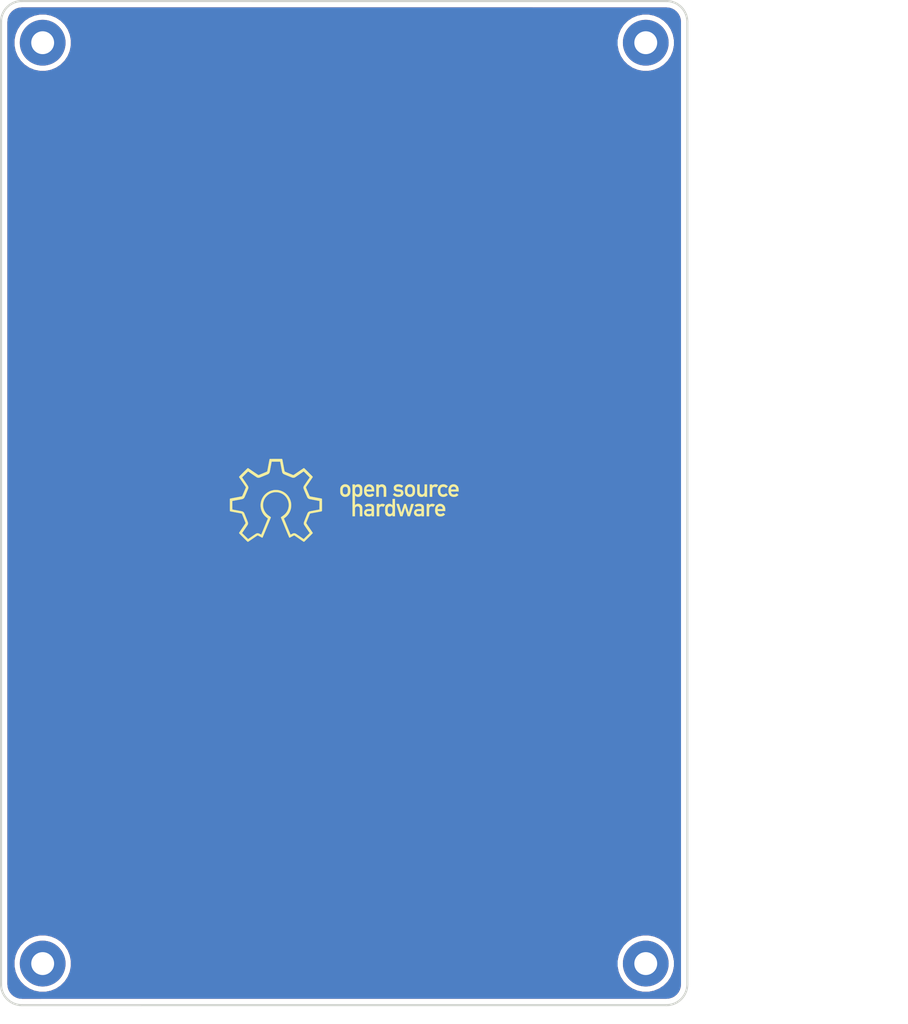
<source format=kicad_pcb>
(kicad_pcb (version 20171130) (host pcbnew 5.1.10-88a1d61d58~88~ubuntu21.04.1)

  (general
    (thickness 1.6)
    (drawings 10)
    (tracks 0)
    (zones 0)
    (modules 5)
    (nets 1)
  )

  (page A4)
  (title_block
    (title "USBasp : In-Circuit Programmer for Atmel AVR MCU")
    (date 2020-05-14)
    (rev V1.0)
    (company www.ArnabKumarDas.Com)
    (comment 1 "GNU General Public License version 2")
  )

  (layers
    (0 F.Cu signal)
    (31 B.Cu signal)
    (32 B.Adhes user)
    (33 F.Adhes user)
    (34 B.Paste user)
    (35 F.Paste user)
    (36 B.SilkS user)
    (37 F.SilkS user)
    (38 B.Mask user)
    (39 F.Mask user)
    (40 Dwgs.User user)
    (41 Cmts.User user)
    (42 Eco1.User user)
    (43 Eco2.User user)
    (44 Edge.Cuts user)
    (45 Margin user)
    (46 B.CrtYd user)
    (47 F.CrtYd user)
    (48 B.Fab user)
    (49 F.Fab user hide)
  )

  (setup
    (last_trace_width 0.25)
    (user_trace_width 0.25)
    (user_trace_width 0.4)
    (trace_clearance 0.2)
    (zone_clearance 0.508)
    (zone_45_only no)
    (trace_min 0.2)
    (via_size 0.8)
    (via_drill 0.4)
    (via_min_size 0.4)
    (via_min_drill 0.3)
    (uvia_size 0.3)
    (uvia_drill 0.1)
    (uvias_allowed no)
    (uvia_min_size 0.2)
    (uvia_min_drill 0.1)
    (edge_width 0.15)
    (segment_width 0.2)
    (pcb_text_width 0.3)
    (pcb_text_size 1.5 1.5)
    (mod_edge_width 0.15)
    (mod_text_size 1 1)
    (mod_text_width 0.15)
    (pad_size 1.524 1.524)
    (pad_drill 0.762)
    (pad_to_mask_clearance 0.051)
    (solder_mask_min_width 0.25)
    (aux_axis_origin 0 0)
    (grid_origin 79.8195 58.674)
    (visible_elements FFFFFF7F)
    (pcbplotparams
      (layerselection 0x010fc_ffffffff)
      (usegerberextensions false)
      (usegerberattributes true)
      (usegerberadvancedattributes false)
      (creategerberjobfile false)
      (excludeedgelayer false)
      (linewidth 0.150000)
      (plotframeref false)
      (viasonmask false)
      (mode 1)
      (useauxorigin true)
      (hpglpennumber 1)
      (hpglpenspeed 20)
      (hpglpendiameter 15.000000)
      (psnegative false)
      (psa4output false)
      (plotreference true)
      (plotvalue true)
      (plotinvisibletext false)
      (padsonsilk false)
      (subtractmaskfromsilk false)
      (outputformat 1)
      (mirror false)
      (drillshape 0)
      (scaleselection 1)
      (outputdirectory "Gerber/bottom"))
  )

  (net 0 "")

  (net_class Default "This is the default net class."
    (clearance 0.2)
    (trace_width 0.25)
    (via_dia 0.8)
    (via_drill 0.4)
    (uvia_dia 0.3)
    (uvia_drill 0.1)
  )

  (net_class Power ""
    (clearance 0.2)
    (trace_width 0.4)
    (via_dia 1)
    (via_drill 0.4)
    (uvia_dia 0.3)
    (uvia_drill 0.1)
  )

  (module USBaspDualZif:osh-logo (layer F.Cu) (tedit 5D39A117) (tstamp 60E6031B)
    (at 79.8275 106.6735)
    (fp_text reference G*** (at 0 0) (layer F.SilkS) hide
      (effects (font (size 1.524 1.524) (thickness 0.3)))
    )
    (fp_text value LOGO (at 0.75 0) (layer F.SilkS) hide
      (effects (font (size 1.524 1.524) (thickness 0.3)))
    )
    (fp_poly (pts (xy -5.994601 -4.2545) (xy -5.97524 -4.237038) (xy -5.955878 -4.219575) (xy -5.848606 -3.643361)
      (xy -5.829968 -3.543239) (xy -5.813486 -3.454843) (xy -5.798973 -3.377417) (xy -5.786241 -3.310207)
      (xy -5.775104 -3.252457) (xy -5.765375 -3.203411) (xy -5.756866 -3.162313) (xy -5.74939 -3.128408)
      (xy -5.742761 -3.10094) (xy -5.736792 -3.079155) (xy -5.731295 -3.062295) (xy -5.726083 -3.049606)
      (xy -5.720969 -3.040332) (xy -5.715767 -3.033717) (xy -5.710289 -3.029006) (xy -5.704348 -3.025443)
      (xy -5.697758 -3.022272) (xy -5.694488 -3.020753) (xy -5.682578 -3.015519) (xy -5.660493 -3.006183)
      (xy -5.62946 -2.993246) (xy -5.590706 -2.977206) (xy -5.545456 -2.958563) (xy -5.494938 -2.937816)
      (xy -5.440376 -2.915466) (xy -5.382999 -2.892011) (xy -5.324032 -2.867952) (xy -5.264701 -2.843787)
      (xy -5.206233 -2.820016) (xy -5.149855 -2.797139) (xy -5.096792 -2.775656) (xy -5.048271 -2.756065)
      (xy -5.005518 -2.738867) (xy -4.96976 -2.72456) (xy -4.942223 -2.713645) (xy -4.924133 -2.706622)
      (xy -4.917019 -2.704061) (xy -4.890341 -2.702469) (xy -4.872569 -2.706928) (xy -4.863808 -2.711727)
      (xy -4.845388 -2.723215) (xy -4.818098 -2.740863) (xy -4.782727 -2.764141) (xy -4.740066 -2.79252)
      (xy -4.690905 -2.825471) (xy -4.636033 -2.862465) (xy -4.57624 -2.902973) (xy -4.512315 -2.946465)
      (xy -4.445048 -2.992412) (xy -4.378707 -3.037896) (xy -4.309262 -3.085549) (xy -4.242623 -3.131189)
      (xy -4.179558 -3.174295) (xy -4.120832 -3.214348) (xy -4.067215 -3.250827) (xy -4.019472 -3.283211)
      (xy -3.978371 -3.31098) (xy -3.944681 -3.333613) (xy -3.919166 -3.35059) (xy -3.902596 -3.361391)
      (xy -3.895785 -3.365478) (xy -3.878901 -3.368302) (xy -3.866207 -3.367481) (xy -3.858574 -3.362449)
      (xy -3.842446 -3.348627) (xy -3.817783 -3.325975) (xy -3.784545 -3.294455) (xy -3.742693 -3.254029)
      (xy -3.692186 -3.204659) (xy -3.632985 -3.146305) (xy -3.56505 -3.078929) (xy -3.488342 -3.002492)
      (xy -3.439491 -2.953668) (xy -3.369352 -2.883477) (xy -3.307665 -2.821683) (xy -3.253891 -2.767717)
      (xy -3.207489 -2.721006) (xy -3.167919 -2.680982) (xy -3.13464 -2.647075) (xy -3.107113 -2.618714)
      (xy -3.084796 -2.595328) (xy -3.067148 -2.576349) (xy -3.053631 -2.561206) (xy -3.043703 -2.549328)
      (xy -3.036824 -2.540145) (xy -3.032453 -2.533088) (xy -3.03005 -2.527587) (xy -3.029075 -2.52307)
      (xy -3.02895 -2.520549) (xy -3.029788 -2.514944) (xy -3.032614 -2.507038) (xy -3.037898 -2.496105)
      (xy -3.046111 -2.481421) (xy -3.057723 -2.462257) (xy -3.073204 -2.437889) (xy -3.093025 -2.407591)
      (xy -3.117654 -2.370635) (xy -3.147563 -2.326296) (xy -3.183222 -2.273849) (xy -3.225101 -2.212566)
      (xy -3.27367 -2.141721) (xy -3.2838 -2.126964) (xy -3.345893 -2.03653) (xy -3.401197 -1.955975)
      (xy -3.450106 -1.8847) (xy -3.493011 -1.822108) (xy -3.530306 -1.767602) (xy -3.562382 -1.720585)
      (xy -3.589631 -1.68046) (xy -3.612447 -1.646628) (xy -3.631222 -1.618493) (xy -3.646347 -1.595457)
      (xy -3.658215 -1.576923) (xy -3.667219 -1.562294) (xy -3.673751 -1.550972) (xy -3.678203 -1.54236)
      (xy -3.680968 -1.53586) (xy -3.682438 -1.530876) (xy -3.683005 -1.52681) (xy -3.683062 -1.523065)
      (xy -3.683 -1.51922) (xy -3.681339 -1.510157) (xy -3.676217 -1.493724) (xy -3.667431 -1.469414)
      (xy -3.654777 -1.436723) (xy -3.63805 -1.395146) (xy -3.617047 -1.344178) (xy -3.591561 -1.283313)
      (xy -3.56139 -1.212046) (xy -3.52633 -1.129873) (xy -3.511998 -1.096419) (xy -3.482969 -1.02884)
      (xy -3.455201 -0.96442) (xy -3.429128 -0.904155) (xy -3.405187 -0.849041) (xy -3.383811 -0.800073)
      (xy -3.365437 -0.758246) (xy -3.3505 -0.724556) (xy -3.339434 -0.699998) (xy -3.332676 -0.685568)
      (xy -3.330935 -0.682282) (xy -3.318061 -0.667141) (xy -3.306675 -0.657705) (xy -3.30177 -0.655761)
      (xy -3.29141 -0.652902) (xy -3.275116 -0.649036) (xy -3.252408 -0.64407) (xy -3.222808 -0.637912)
      (xy -3.185837 -0.630469) (xy -3.141018 -0.621651) (xy -3.08787 -0.611364) (xy -3.025916 -0.599517)
      (xy -2.954677 -0.586016) (xy -2.873674 -0.570771) (xy -2.782428 -0.553688) (xy -2.680462 -0.534676)
      (xy -2.567296 -0.513642) (xy -2.442452 -0.490494) (xy -2.346918 -0.472809) (xy -2.296573 -0.4635)
      (xy -2.257192 -0.456142) (xy -2.227259 -0.450324) (xy -2.205262 -0.445635) (xy -2.189684 -0.441663)
      (xy -2.179011 -0.437999) (xy -2.171728 -0.43423) (xy -2.166322 -0.429946) (xy -2.161276 -0.424736)
      (xy -2.158417 -0.421657) (xy -2.143125 -0.405382) (xy -2.14123 0.148146) (xy -2.140989 0.231526)
      (xy -2.140846 0.311711) (xy -2.140795 0.387729) (xy -2.140835 0.45861) (xy -2.140961 0.523382)
      (xy -2.14117 0.581075) (xy -2.14146 0.630719) (xy -2.141826 0.671341) (xy -2.142266 0.701971)
      (xy -2.142775 0.721638) (xy -2.143224 0.728781) (xy -2.149118 0.750247) (xy -2.158789 0.769135)
      (xy -2.161231 0.7723) (xy -2.163889 0.775024) (xy -2.167483 0.777694) (xy -2.172658 0.78044)
      (xy -2.180058 0.783393) (xy -2.190328 0.786683) (xy -2.204112 0.79044) (xy -2.222056 0.794796)
      (xy -2.244803 0.79988) (xy -2.272998 0.805823) (xy -2.307286 0.812755) (xy -2.348311 0.820808)
      (xy -2.396718 0.83011) (xy -2.453151 0.840794) (xy -2.518255 0.852989) (xy -2.592675 0.866826)
      (xy -2.677054 0.882436) (xy -2.772038 0.899948) (xy -2.878271 0.919493) (xy -2.987675 0.9396)
      (xy -3.043251 0.949927) (xy -3.095842 0.95992) (xy -3.143921 0.969273) (xy -3.185959 0.977679)
      (xy -3.220427 0.98483) (xy -3.245796 0.990422) (xy -3.260537 0.994146) (xy -3.262233 0.994694)
      (xy -3.28186 1.004575) (xy -3.29779 1.01744) (xy -3.300896 1.021257) (xy -3.305146 1.029846)
      (xy -3.313678 1.049259) (xy -3.326088 1.078515) (xy -3.341974 1.116634) (xy -3.360933 1.162633)
      (xy -3.382562 1.215532) (xy -3.406459 1.274351) (xy -3.43222 1.338108) (xy -3.459442 1.405823)
      (xy -3.482597 1.463675) (xy -3.515274 1.545556) (xy -3.543508 1.616506) (xy -3.567609 1.67737)
      (xy -3.58789 1.728993) (xy -3.60466 1.77222) (xy -3.618231 1.807897) (xy -3.628914 1.836867)
      (xy -3.637021 1.859978) (xy -3.642862 1.878073) (xy -3.646748 1.891997) (xy -3.648992 1.902597)
      (xy -3.649903 1.910717) (xy -3.649793 1.917201) (xy -3.649747 1.9177) (xy -3.648677 1.923604)
      (xy -3.646225 1.930982) (xy -3.641948 1.940514) (xy -3.635401 1.952883) (xy -3.626141 1.968769)
      (xy -3.613724 1.988854) (xy -3.597706 2.013819) (xy -3.577642 2.044346) (xy -3.55309 2.081117)
      (xy -3.523604 2.124812) (xy -3.488741 2.176113) (xy -3.448058 2.235703) (xy -3.40111 2.304261)
      (xy -3.347453 2.382469) (xy -3.337952 2.396308) (xy -3.282902 2.476538) (xy -3.234653 2.546991)
      (xy -3.192775 2.608328) (xy -3.156835 2.66121) (xy -3.126401 2.706299) (xy -3.101041 2.744256)
      (xy -3.080324 2.775741) (xy -3.063816 2.801417) (xy -3.051088 2.821944) (xy -3.041705 2.837985)
      (xy -3.035237 2.850199) (xy -3.031252 2.859248) (xy -3.029317 2.865794) (xy -3.02895 2.869328)
      (xy -3.029265 2.873564) (xy -3.030568 2.878316) (xy -3.0334 2.884156) (xy -3.038304 2.891654)
      (xy -3.045819 2.901383) (xy -3.056487 2.913912) (xy -3.070848 2.929814) (xy -3.089444 2.94966)
      (xy -3.112815 2.97402) (xy -3.141503 3.003466) (xy -3.176049 3.038569) (xy -3.216992 3.079901)
      (xy -3.264875 3.128032) (xy -3.320239 3.183534) (xy -3.383623 3.246977) (xy -3.440168 3.303532)
      (xy -3.510251 3.373603) (xy -3.571934 3.43523) (xy -3.625792 3.488953) (xy -3.672399 3.535315)
      (xy -3.712328 3.574858) (xy -3.746154 3.608124) (xy -3.774451 3.635654) (xy -3.797793 3.657991)
      (xy -3.816754 3.675676) (xy -3.831908 3.689252) (xy -3.84383 3.699259) (xy -3.853094 3.706241)
      (xy -3.860272 3.710738) (xy -3.865941 3.713294) (xy -3.870673 3.714449) (xy -3.875044 3.714745)
      (xy -3.875835 3.71475) (xy -3.881172 3.714181) (xy -3.888031 3.712168) (xy -3.89712 3.708253)
      (xy -3.909146 3.701978) (xy -3.924817 3.692885) (xy -3.944841 3.680514) (xy -3.969926 3.664407)
      (xy -4.000779 3.644106) (xy -4.038109 3.619153) (xy -4.082623 3.589088) (xy -4.135029 3.553455)
      (xy -4.196035 3.511793) (xy -4.266349 3.463645) (xy -4.31393 3.43102) (xy -4.379646 3.385946)
      (xy -4.442921 3.342548) (xy -4.502886 3.301422) (xy -4.558672 3.263166) (xy -4.60941 3.228374)
      (xy -4.65423 3.197643) (xy -4.692263 3.171568) (xy -4.722641 3.150747) (xy -4.744493 3.135773)
      (xy -4.756951 3.127245) (xy -4.758451 3.12622) (xy -4.771806 3.117347) (xy -4.783869 3.110652)
      (xy -4.795882 3.106516) (xy -4.809085 3.105318) (xy -4.82472 3.107436) (xy -4.844027 3.113249)
      (xy -4.868247 3.123137) (xy -4.898622 3.137477) (xy -4.936393 3.15665) (xy -4.9828 3.181033)
      (xy -5.039085 3.211007) (xy -5.043006 3.2131) (xy -5.089906 3.237959) (xy -5.133615 3.260799)
      (xy -5.17279 3.280944) (xy -5.206091 3.297717) (xy -5.232174 3.310442) (xy -5.249697 3.318442)
      (xy -5.257183 3.32105) (xy -5.270953 3.317178) (xy -5.282741 3.309937) (xy -5.287304 3.302279)
      (xy -5.296599 3.282917) (xy -5.310595 3.25192) (xy -5.329264 3.209357) (xy -5.352574 3.155298)
      (xy -5.380498 3.089812) (xy -5.413005 3.012969) (xy -5.450066 2.924838) (xy -5.491651 2.825489)
      (xy -5.537732 2.714992) (xy -5.588279 2.593415) (xy -5.643261 2.460829) (xy -5.661752 2.416175)
      (xy -5.715554 2.286221) (xy -5.764719 2.167498) (xy -5.809451 2.059492) (xy -5.849951 1.961692)
      (xy -5.886423 1.873585) (xy -5.919069 1.79466) (xy -5.948091 1.724404) (xy -5.973693 1.662306)
      (xy -5.996076 1.607853) (xy -6.015444 1.560532) (xy -6.031998 1.519833) (xy -6.045943 1.485243)
      (xy -6.05748 1.456249) (xy -6.066811 1.43234) (xy -6.074141 1.413004) (xy -6.07967 1.397728)
      (xy -6.083603 1.386001) (xy -6.08614 1.37731) (xy -6.087486 1.371143) (xy -6.087843 1.366988)
      (xy -6.087412 1.364333) (xy -6.086398 1.362667) (xy -6.085002 1.361476) (xy -6.083427 1.360249)
      (xy -6.081876 1.358473) (xy -6.080949 1.356716) (xy -6.073716 1.344495) (xy -6.061161 1.331803)
      (xy -6.041253 1.316911) (xy -6.012517 1.298431) (xy -5.98353 1.280068) (xy -5.95429 1.260744)
      (xy -5.92913 1.243357) (xy -5.9182 1.235367) (xy -5.898706 1.220681) (xy -5.872669 1.201149)
      (xy -5.843736 1.179502) (xy -5.819868 1.161687) (xy -5.732732 1.089225) (xy -5.65143 1.006544)
      (xy -5.577233 0.915274) (xy -5.511411 0.817049) (xy -5.455232 0.713499) (xy -5.433005 0.66459)
      (xy -5.39064 0.549598) (xy -5.360199 0.431716) (xy -5.341593 0.311945) (xy -5.334735 0.191287)
      (xy -5.339535 0.070741) (xy -5.355905 -0.048691) (xy -5.383758 -0.166009) (xy -5.423005 -0.280211)
      (xy -5.473558 -0.390296) (xy -5.535327 -0.495264) (xy -5.535351 -0.4953) (xy -5.610702 -0.59838)
      (xy -5.694226 -0.691804) (xy -5.785591 -0.775345) (xy -5.884467 -0.848779) (xy -5.990521 -0.911881)
      (xy -6.103422 -0.964426) (xy -6.222838 -1.006189) (xy -6.326764 -1.032524) (xy -6.371915 -1.04018)
      (xy -6.426073 -1.0463) (xy -6.48574 -1.050741) (xy -6.547421 -1.053363) (xy -6.60762 -1.054025)
      (xy -6.662841 -1.052586) (xy -6.709589 -1.048905) (xy -6.715393 -1.048186) (xy -6.842677 -1.025661)
      (xy -6.963441 -0.992269) (xy -7.077917 -0.9479) (xy -7.186334 -0.892444) (xy -7.288925 -0.82579)
      (xy -7.38592 -0.747829) (xy -7.42844 -0.708411) (xy -7.502237 -0.631869) (xy -7.565774 -0.554393)
      (xy -7.62131 -0.472894) (xy -7.671099 -0.384282) (xy -7.683831 -0.358775) (xy -7.732443 -0.244838)
      (xy -7.769018 -0.127903) (xy -7.793615 -0.008848) (xy -7.806293 0.111453) (xy -7.807109 0.232123)
      (xy -7.796123 0.352286) (xy -7.773392 0.471067) (xy -7.738976 0.587589) (xy -7.692933 0.700978)
      (xy -7.635321 0.810356) (xy -7.602222 0.863226) (xy -7.545186 0.942052) (xy -7.480487 1.017202)
      (xy -7.407087 1.089639) (xy -7.323945 1.160326) (xy -7.230025 1.230227) (xy -7.144912 1.287201)
      (xy -7.108727 1.311388) (xy -7.082812 1.331209) (xy -7.065988 1.347797) (xy -7.05708 1.362288)
      (xy -7.05485 1.373903) (xy -7.057247 1.381658) (xy -7.06423 1.400338) (xy -7.075487 1.429189)
      (xy -7.090705 1.46746) (xy -7.109573 1.514399) (xy -7.131778 1.569252) (xy -7.15701 1.631268)
      (xy -7.184955 1.699696) (xy -7.215301 1.773782) (xy -7.247738 1.852774) (xy -7.281952 1.93592)
      (xy -7.317631 2.022469) (xy -7.354465 2.111667) (xy -7.39214 2.202763) (xy -7.430344 2.295005)
      (xy -7.468766 2.387639) (xy -7.507093 2.479915) (xy -7.545014 2.57108) (xy -7.582217 2.660381)
      (xy -7.618389 2.747067) (xy -7.653218 2.830385) (xy -7.686393 2.909584) (xy -7.717602 2.98391)
      (xy -7.746531 3.052612) (xy -7.77287 3.114937) (xy -7.796307 3.170134) (xy -7.816529 3.21745)
      (xy -7.833224 3.256133) (xy -7.846081 3.285431) (xy -7.854787 3.304592) (xy -7.85903 3.312862)
      (xy -7.859255 3.313112) (xy -7.874338 3.319828) (xy -7.882719 3.32105) (xy -7.891083 3.318141)
      (xy -7.909269 3.309867) (xy -7.93593 3.296903) (xy -7.969718 3.279927) (xy -8.009286 3.259615)
      (xy -8.053284 3.236644) (xy -8.097726 3.2131) (xy -8.152487 3.183995) (xy -8.197296 3.160463)
      (xy -8.233323 3.141952) (xy -8.261741 3.12791) (xy -8.283722 3.117784) (xy -8.300438 3.111023)
      (xy -8.313061 3.107075) (xy -8.322764 3.105388) (xy -8.326758 3.105218) (xy -8.33204 3.105609)
      (xy -8.338269 3.107054) (xy -8.346137 3.110003) (xy -8.356336 3.114903) (xy -8.369559 3.122204)
      (xy -8.386498 3.132353) (xy -8.407846 3.145799) (xy -8.434296 3.162991) (xy -8.466539 3.184378)
      (xy -8.505268 3.210407) (xy -8.551175 3.241528) (xy -8.604954 3.278189) (xy -8.667296 3.320838)
      (xy -8.738894 3.369924) (xy -8.797314 3.410018) (xy -8.876199 3.464148) (xy -8.945322 3.511509)
      (xy -9.005373 3.552548) (xy -9.057041 3.587713) (xy -9.101015 3.61745) (xy -9.137986 3.642207)
      (xy -9.168641 3.662431) (xy -9.193671 3.678568) (xy -9.213764 3.691067) (xy -9.229611 3.700375)
      (xy -9.241899 3.706937) (xy -9.25132 3.711203) (xy -9.258561 3.713617) (xy -9.264313 3.714629)
      (xy -9.267098 3.71475) (xy -9.271651 3.71464) (xy -9.276249 3.713946) (xy -9.281473 3.712122)
      (xy -9.287903 3.708622) (xy -9.296122 3.7029) (xy -9.306711 3.694409) (xy -9.320251 3.682604)
      (xy -9.337323 3.666937) (xy -9.358509 3.646864) (xy -9.384391 3.621837) (xy -9.415549 3.591311)
      (xy -9.452565 3.55474) (xy -9.496021 3.511577) (xy -9.546497 3.461276) (xy -9.604575 3.403291)
      (xy -9.670837 3.337076) (xy -9.697682 3.310244) (xy -9.757415 3.25042) (xy -9.814656 3.192859)
      (xy -9.868754 3.138233) (xy -9.919056 3.087209) (xy -9.96491 3.040457) (xy -10.005662 2.998648)
      (xy -10.04066 2.962449) (xy -10.069252 2.932531) (xy -10.090786 2.909564) (xy -10.104609 2.894215)
      (xy -10.110056 2.887184) (xy -10.114427 2.865746) (xy -10.111226 2.851366) (xy -10.106697 2.843581)
      (xy -10.095506 2.826144) (xy -10.078195 2.799861) (xy -10.055309 2.765539) (xy -10.027392 2.723984)
      (xy -9.994986 2.676002) (xy -9.958637 2.622398) (xy -9.918888 2.563979) (xy -9.876282 2.50155)
      (xy -9.831363 2.435918) (xy -9.804354 2.396539) (xy -9.75828 2.329323) (xy -9.714159 2.264775)
      (xy -9.672541 2.203708) (xy -9.633975 2.146937) (xy -9.599009 2.095275) (xy -9.568192 2.049535)
      (xy -9.542072 2.01053) (xy -9.521198 1.979076) (xy -9.50612 1.955983) (xy -9.497385 1.942068)
      (xy -9.495449 1.938541) (xy -9.489541 1.921317) (xy -9.486909 1.907512) (xy -9.4869 1.906989)
      (xy -9.489234 1.898784) (xy -9.495929 1.879967) (xy -9.506528 1.851674) (xy -9.520575 1.815044)
      (xy -9.537612 1.771214) (xy -9.557183 1.721323) (xy -9.578831 1.666507) (xy -9.602097 1.607905)
      (xy -9.626526 1.546653) (xy -9.65166 1.483891) (xy -9.677042 1.420754) (xy -9.702216 1.358382)
      (xy -9.726723 1.297912) (xy -9.750107 1.240481) (xy -9.771912 1.187227) (xy -9.791679 1.139287)
      (xy -9.808951 1.0978) (xy -9.823273 1.063904) (xy -9.834186 1.038735) (xy -9.841234 1.023431)
      (xy -9.843521 1.01932) (xy -9.856093 1.005884) (xy -9.867445 0.997193) (xy -9.875271 0.995145)
      (xy -9.894656 0.990979) (xy -9.924669 0.984874) (xy -9.96438 0.977009) (xy -10.012857 0.967564)
      (xy -10.06917 0.956719) (xy -10.132388 0.944654) (xy -10.20158 0.931547) (xy -10.275814 0.917578)
      (xy -10.35416 0.902928) (xy -10.411466 0.892267) (xy -10.492336 0.877211) (xy -10.569883 0.862691)
      (xy -10.643161 0.848887) (xy -10.711223 0.835982) (xy -10.773124 0.824158) (xy -10.827919 0.813597)
      (xy -10.874661 0.804482) (xy -10.912404 0.796993) (xy -10.940203 0.791313) (xy -10.957112 0.787624)
      (xy -10.961941 0.786333) (xy -10.968039 0.78411) (xy -10.973415 0.782071) (xy -10.978112 0.779446)
      (xy -10.982178 0.775468) (xy -10.985656 0.769365) (xy -10.988594 0.760371) (xy -10.991036 0.747715)
      (xy -10.993028 0.730629) (xy -10.994616 0.708344) (xy -10.995844 0.680091) (xy -10.996758 0.645101)
      (xy -10.997405 0.602604) (xy -10.997829 0.551833) (xy -10.998076 0.492018) (xy -10.998191 0.42239)
      (xy -10.99822 0.342179) (xy -10.998208 0.250619) (xy -10.9982 0.173566) (xy -10.9982 -0.20865)
      (xy -10.76325 -0.20865) (xy -10.76325 0.200047) (xy -10.763234 0.282298) (xy -10.763169 0.352765)
      (xy -10.763031 0.412364) (xy -10.762795 0.46201) (xy -10.762435 0.50262) (xy -10.761929 0.535108)
      (xy -10.76125 0.560391) (xy -10.760374 0.579384) (xy -10.759276 0.593004) (xy -10.757932 0.602166)
      (xy -10.756317 0.607786) (xy -10.754406 0.610779) (xy -10.752175 0.612062) (xy -10.752138 0.612073)
      (xy -10.74243 0.614273) (xy -10.722521 0.618276) (xy -10.694711 0.623636) (xy -10.661298 0.629908)
      (xy -10.633075 0.635103) (xy -10.571394 0.646394) (xy -10.505606 0.658499) (xy -10.43694 0.671187)
      (xy -10.366625 0.684228) (xy -10.29589 0.697391) (xy -10.225962 0.710444) (xy -10.158071 0.723158)
      (xy -10.093445 0.735303) (xy -10.033312 0.746646) (xy -9.978902 0.756958) (xy -9.931441 0.766008)
      (xy -9.89216 0.773565) (xy -9.862287 0.779398) (xy -9.843049 0.783278) (xy -9.837738 0.784428)
      (xy -9.7833 0.802671) (xy -9.731762 0.830784) (xy -9.685584 0.866883) (xy -9.64723 0.909084)
      (xy -9.622018 0.94954) (xy -9.616592 0.961604) (xy -9.606897 0.98444) (xy -9.593354 1.017016)
      (xy -9.576383 1.0583) (xy -9.556402 1.107261) (xy -9.533833 1.162868) (xy -9.509095 1.224088)
      (xy -9.482608 1.289892) (xy -9.454791 1.359246) (xy -9.429897 1.421518) (xy -9.397195 1.503467)
      (xy -9.368883 1.574519) (xy -9.344637 1.63557) (xy -9.324135 1.687516) (xy -9.307054 1.731254)
      (xy -9.29307 1.767678) (xy -9.281861 1.797686) (xy -9.273102 1.822173) (xy -9.266471 1.842035)
      (xy -9.261646 1.858169) (xy -9.258302 1.871471) (xy -9.256117 1.882836) (xy -9.254767 1.893161)
      (xy -9.25393 1.903341) (xy -9.253482 1.910749) (xy -9.253725 1.966611) (xy -9.261835 2.016546)
      (xy -9.278555 2.065143) (xy -9.278559 2.065151) (xy -9.284366 2.075573) (xy -9.296786 2.095543)
      (xy -9.315217 2.124155) (xy -9.339055 2.160506) (xy -9.367699 2.203691) (xy -9.400547 2.252805)
      (xy -9.436995 2.306944) (xy -9.476442 2.365204) (xy -9.518285 2.42668) (xy -9.558193 2.485029)
      (xy -9.824003 2.872771) (xy -9.533731 3.163095) (xy -9.243458 3.453418) (xy -9.207804 3.429206)
      (xy -9.196376 3.421403) (xy -9.175478 3.40709) (xy -9.146106 3.38695) (xy -9.109256 3.361666)
      (xy -9.065922 3.331923) (xy -9.017101 3.298403) (xy -8.96379 3.26179) (xy -8.906982 3.222767)
      (xy -8.847675 3.182019) (xy -8.832638 3.171685) (xy -8.77285 3.130725) (xy -8.715241 3.091497)
      (xy -8.660812 3.054668) (xy -8.610564 3.020904) (xy -8.565498 2.990871) (xy -8.526615 2.965236)
      (xy -8.494916 2.944665) (xy -8.471402 2.929824) (xy -8.457074 2.92138) (xy -8.455025 2.920338)
      (xy -8.403359 2.902356) (xy -8.346815 2.89393) (xy -8.288888 2.895063) (xy -8.233071 2.905759)
      (xy -8.194692 2.92006) (xy -8.174821 2.92977) (xy -8.147072 2.943882) (xy -8.114713 2.960712)
      (xy -8.081008 2.97857) (xy -8.071186 2.983843) (xy -8.041454 2.999374) (xy -8.015614 3.011966)
      (xy -7.995712 3.020692) (xy -7.983793 3.024627) (xy -7.981436 3.024478) (xy -7.978392 3.018042)
      (xy -7.970859 3.000704) (xy -7.959189 2.973308) (xy -7.943728 2.936695) (xy -7.924827 2.891707)
      (xy -7.902834 2.839187) (xy -7.878098 2.779977) (xy -7.850968 2.714919) (xy -7.821792 2.644855)
      (xy -7.79092 2.570628) (xy -7.7587 2.493079) (xy -7.725481 2.41305) (xy -7.691612 2.331384)
      (xy -7.657443 2.248924) (xy -7.623321 2.16651) (xy -7.589595 2.084985) (xy -7.556616 2.005192)
      (xy -7.52473 1.927973) (xy -7.494288 1.854169) (xy -7.465637 1.784624) (xy -7.439128 1.720178)
      (xy -7.415108 1.661674) (xy -7.393927 1.609955) (xy -7.375934 1.565862) (xy -7.361477 1.530238)
      (xy -7.350904 1.503925) (xy -7.344566 1.487765) (xy -7.342781 1.482725) (xy -7.345209 1.470913)
      (xy -7.358 1.457649) (xy -7.364249 1.452974) (xy -7.455318 1.385541) (xy -7.535827 1.319966)
      (xy -7.607422 1.254607) (xy -7.671752 1.187821) (xy -7.730463 1.117966) (xy -7.785203 1.043399)
      (xy -7.805741 1.012825) (xy -7.874391 0.896957) (xy -7.931399 0.776977) (xy -7.976837 0.653668)
      (xy -8.010782 0.527815) (xy -8.033307 0.400202) (xy -8.044488 0.271612) (xy -8.044399 0.142831)
      (xy -8.033114 0.014642) (xy -8.010708 -0.11217) (xy -7.977256 -0.236821) (xy -7.932833 -0.358528)
      (xy -7.877512 -0.476505) (xy -7.81137 -0.58997) (xy -7.73448 -0.698136) (xy -7.646917 -0.800221)
      (xy -7.63164 -0.816229) (xy -7.53366 -0.909341) (xy -7.430591 -0.991442) (xy -7.321855 -1.062823)
      (xy -7.206871 -1.123777) (xy -7.085061 -1.174593) (xy -6.955845 -1.215565) (xy -6.818644 -1.246982)
      (xy -6.753225 -1.258224) (xy -6.719233 -1.261979) (xy -6.675525 -1.264526) (xy -6.625027 -1.265891)
      (xy -6.570664 -1.266099) (xy -6.515362 -1.265174) (xy -6.462044 -1.263142) (xy -6.413636 -1.260028)
      (xy -6.373063 -1.255856) (xy -6.366193 -1.254904) (xy -6.231818 -1.229033) (xy -6.101996 -1.191652)
      (xy -5.977317 -1.143259) (xy -5.85837 -1.084351) (xy -5.745748 -1.015427) (xy -5.640039 -0.936984)
      (xy -5.541836 -0.849519) (xy -5.451727 -0.753529) (xy -5.370305 -0.649514) (xy -5.298158 -0.537969)
      (xy -5.235879 -0.419392) (xy -5.184057 -0.294282) (xy -5.167017 -0.244475) (xy -5.131456 -0.113923)
      (xy -5.108174 0.018421) (xy -5.097071 0.151685) (xy -5.098047 0.284995) (xy -5.111002 0.41748)
      (xy -5.135836 0.548267) (xy -5.172448 0.676482) (xy -5.220739 0.801254) (xy -5.280608 0.921711)
      (xy -5.305787 0.9652) (xy -5.376882 1.072628) (xy -5.45645 1.172536) (xy -5.545456 1.265951)
      (xy -5.644864 1.353896) (xy -5.73849 1.425281) (xy -5.762126 1.442411) (xy -5.781775 1.457109)
      (xy -5.795207 1.467677) (xy -5.800107 1.472198) (xy -5.798035 1.478415) (xy -5.791442 1.495527)
      (xy -5.780672 1.5227) (xy -5.766069 1.559096) (xy -5.747977 1.603882) (xy -5.72674 1.65622)
      (xy -5.702702 1.715276) (xy -5.676207 1.780213) (xy -5.647599 1.850197) (xy -5.617221 1.92439)
      (xy -5.585419 2.001959) (xy -5.552535 2.082067) (xy -5.518914 2.163878) (xy -5.4849 2.246557)
      (xy -5.450837 2.329268) (xy -5.417069 2.411176) (xy -5.383939 2.491444) (xy -5.351792 2.569238)
      (xy -5.320971 2.643721) (xy -5.291821 2.714058) (xy -5.264686 2.779413) (xy -5.239909 2.838951)
      (xy -5.217835 2.891836) (xy -5.198808 2.937232) (xy -5.183171 2.974304) (xy -5.171268 3.002216)
      (xy -5.163444 3.020132) (xy -5.160043 3.027217) (xy -5.159998 3.027268) (xy -5.153679 3.025414)
      (xy -5.137967 3.018355) (xy -5.114626 3.006957) (xy -5.085422 2.992083) (xy -5.052118 2.974596)
      (xy -5.048718 2.972784) (xy -5.012294 2.953807) (xy -4.977052 2.936282) (xy -4.945516 2.921404)
      (xy -4.920216 2.910366) (xy -4.904492 2.904595) (xy -4.86092 2.896315) (xy -4.811934 2.894104)
      (xy -4.763031 2.897858) (xy -4.71971 2.907478) (xy -4.71805 2.908024) (xy -4.709416 2.910875)
      (xy -4.701651 2.913527) (xy -4.694003 2.91647) (xy -4.685719 2.920191) (xy -4.676046 2.925181)
      (xy -4.664231 2.931927) (xy -4.649522 2.940921) (xy -4.631164 2.952649) (xy -4.608407 2.967602)
      (xy -4.580496 2.986269) (xy -4.546678 3.009139) (xy -4.506202 3.036701) (xy -4.458313 3.069444)
      (xy -4.402258 3.107856) (xy -4.337286 3.152428) (xy -4.262643 3.203649) (xy -4.256689 3.207734)
      (xy -4.197036 3.248611) (xy -4.140428 3.287297) (xy -4.087737 3.323203) (xy -4.039838 3.355737)
      (xy -3.997602 3.384311) (xy -3.961905 3.408333) (xy -3.933618 3.427214) (xy -3.913616 3.440363)
      (xy -3.902771 3.447191) (xy -3.901063 3.44805) (xy -3.895755 3.443675) (xy -3.882252 3.431053)
      (xy -3.86132 3.410936) (xy -3.833726 3.384075) (xy -3.800236 3.351224) (xy -3.761616 3.313134)
      (xy -3.718631 3.270557) (xy -3.672049 3.224247) (xy -3.622635 3.174954) (xy -3.607083 3.159407)
      (xy -3.318492 2.870764) (xy -3.337783 2.843494) (xy -3.358507 2.813982) (xy -3.383932 2.777417)
      (xy -3.413359 2.734833) (xy -3.446086 2.687264) (xy -3.481413 2.635741) (xy -3.518639 2.581297)
      (xy -3.557063 2.524966) (xy -3.595983 2.467781) (xy -3.6347 2.410774) (xy -3.672513 2.354978)
      (xy -3.708721 2.301427) (xy -3.742622 2.251152) (xy -3.773517 2.205188) (xy -3.800705 2.164567)
      (xy -3.823483 2.130321) (xy -3.841153 2.103484) (xy -3.853013 2.085089) (xy -3.858292 2.07631)
      (xy -3.867758 2.053384) (xy -3.877128 2.024001) (xy -3.884466 1.994273) (xy -3.884832 1.992446)
      (xy -3.888036 1.975716) (xy -3.890502 1.960279) (xy -3.891958 1.945244) (xy -3.892133 1.929717)
      (xy -3.890756 1.912808) (xy -3.887555 1.893622) (xy -3.882257 1.871269) (xy -3.874592 1.844856)
      (xy -3.864289 1.81349) (xy -3.851074 1.776279) (xy -3.834678 1.732332) (xy -3.814827 1.680756)
      (xy -3.791251 1.620658) (xy -3.763678 1.551146) (xy -3.731837 1.471328) (xy -3.708227 1.412259)
      (xy -3.679637 1.340913) (xy -3.651987 1.272234) (xy -3.625702 1.207255) (xy -3.601206 1.147012)
      (xy -3.578923 1.092537) (xy -3.559277 1.044865) (xy -3.542693 1.00503) (xy -3.529594 0.974066)
      (xy -3.520404 0.953007) (xy -3.516032 0.943755) (xy -3.4872 0.900619) (xy -3.449257 0.860463)
      (xy -3.405785 0.82672) (xy -3.376294 0.809868) (xy -3.367053 0.805552) (xy -3.357052 0.80144)
      (xy -3.345379 0.797338) (xy -3.331125 0.793053) (xy -3.313378 0.788392) (xy -3.291228 0.78316)
      (xy -3.263764 0.777165) (xy -3.230076 0.770213) (xy -3.189252 0.762111) (xy -3.140382 0.752665)
      (xy -3.082556 0.741682) (xy -3.014862 0.728968) (xy -2.93639 0.714329) (xy -2.8575 0.699666)
      (xy -2.384425 0.611826) (xy -2.382792 0.20127) (xy -2.381158 -0.209285) (xy -2.395492 -0.212597)
      (xy -2.403938 -0.214268) (xy -2.423862 -0.218061) (xy -2.454252 -0.223787) (xy -2.494099 -0.231258)
      (xy -2.542391 -0.240284) (xy -2.598119 -0.250677) (xy -2.66027 -0.262248) (xy -2.727836 -0.274809)
      (xy -2.799805 -0.288171) (xy -2.873375 -0.301813) (xy -2.949162 -0.315914) (xy -3.02189 -0.329554)
      (xy -3.090505 -0.342529) (xy -3.153951 -0.354633) (xy -3.211173 -0.365663) (xy -3.261114 -0.375414)
      (xy -3.30272 -0.38368) (xy -3.334935 -0.390259) (xy -3.356703 -0.394944) (xy -3.366687 -0.397437)
      (xy -3.40698 -0.415438) (xy -3.448552 -0.442425) (xy -3.487962 -0.475592) (xy -3.52177 -0.512133)
      (xy -3.541192 -0.53975) (xy -3.545869 -0.549187) (xy -3.555088 -0.569314) (xy -3.568416 -0.59914)
      (xy -3.585419 -0.63767) (xy -3.605663 -0.683912) (xy -3.628716 -0.736873) (xy -3.654142 -0.795559)
      (xy -3.681508 -0.858978) (xy -3.710381 -0.926136) (xy -3.732892 -0.97866) (xy -3.76911 -1.063334)
      (xy -3.800621 -1.137241) (xy -3.827727 -1.201286) (xy -3.850731 -1.256375) (xy -3.869933 -1.303411)
      (xy -3.885635 -1.343299) (xy -3.898141 -1.376943) (xy -3.90775 -1.405249) (xy -3.914766 -1.42912)
      (xy -3.91949 -1.449461) (xy -3.922225 -1.467176) (xy -3.923271 -1.483171) (xy -3.922931 -1.498349)
      (xy -3.921506 -1.513615) (xy -3.919299 -1.529873) (xy -3.91855 -1.534946) (xy -3.912942 -1.563886)
      (xy -3.905206 -1.593014) (xy -3.897682 -1.614325) (xy -3.891897 -1.624691) (xy -3.879488 -1.644615)
      (xy -3.86105 -1.673208) (xy -3.837176 -1.709578) (xy -3.80846 -1.752833) (xy -3.775497 -1.802085)
      (xy -3.738881 -1.856441) (xy -3.699206 -1.915011) (xy -3.657065 -1.976904) (xy -3.613053 -2.041229)
      (xy -3.61112 -2.044048) (xy -3.567261 -2.107987) (xy -3.525333 -2.169127) (xy -3.485913 -2.226625)
      (xy -3.44958 -2.279634) (xy -3.416913 -2.327311) (xy -3.388491 -2.368809) (xy -3.364893 -2.403286)
      (xy -3.346696 -2.429894) (xy -3.334481 -2.447791) (xy -3.328825 -2.456131) (xy -3.328669 -2.456365)
      (xy -3.326889 -2.459514) (xy -3.326175 -2.46302) (xy -3.327152 -2.467564) (xy -3.330445 -2.473825)
      (xy -3.336679 -2.482484) (xy -3.346478 -2.49422) (xy -3.360468 -2.509714) (xy -3.379274 -2.529646)
      (xy -3.403521 -2.554696) (xy -3.433833 -2.585544) (xy -3.470836 -2.622869) (xy -3.515154 -2.667353)
      (xy -3.567413 -2.719675) (xy -3.607303 -2.759578) (xy -3.657406 -2.809611) (xy -3.704908 -2.856892)
      (xy -3.749042 -2.900668) (xy -3.789041 -2.940188) (xy -3.824141 -2.974697) (xy -3.853575 -3.003445)
      (xy -3.876577 -3.025679) (xy -3.892382 -3.040645) (xy -3.900223 -3.047593) (xy -3.90091 -3.048)
      (xy -3.907604 -3.044548) (xy -3.922887 -3.034977) (xy -3.944956 -3.02047) (xy -3.972008 -3.002208)
      (xy -3.996186 -2.985577) (xy -4.019151 -2.969702) (xy -4.051204 -2.947613) (xy -4.090951 -2.920266)
      (xy -4.137 -2.888619) (xy -4.187957 -2.853629) (xy -4.242429 -2.816253) (xy -4.299022 -2.777447)
      (xy -4.356343 -2.73817) (xy -4.371975 -2.727463) (xy -4.426762 -2.689933) (xy -4.479196 -2.653992)
      (xy -4.528191 -2.620389) (xy -4.572659 -2.589868) (xy -4.611515 -2.563177) (xy -4.643672 -2.541062)
      (xy -4.668043 -2.524268) (xy -4.683542 -2.513542) (xy -4.68751 -2.510769) (xy -4.728058 -2.485258)
      (xy -4.770221 -2.464123) (xy -4.809755 -2.449382) (xy -4.824726 -2.445546) (xy -4.857144 -2.440835)
      (xy -4.894217 -2.438794) (xy -4.931066 -2.439427) (xy -4.962815 -2.44274) (xy -4.975225 -2.445396)
      (xy -4.986842 -2.449376) (xy -5.008929 -2.45773) (xy -5.040282 -2.469962) (xy -5.079696 -2.48558)
      (xy -5.125966 -2.50409) (xy -5.177888 -2.524999) (xy -5.234257 -2.547813) (xy -5.293867 -2.572039)
      (xy -5.355515 -2.597183) (xy -5.417994 -2.622752) (xy -5.480101 -2.648253) (xy -5.54063 -2.673192)
      (xy -5.598376 -2.697075) (xy -5.652135 -2.719409) (xy -5.700703 -2.739701) (xy -5.742873 -2.757457)
      (xy -5.777441 -2.772184) (xy -5.803202 -2.783388) (xy -5.818952 -2.790575) (xy -5.82255 -2.792424)
      (xy -5.8627 -2.820992) (xy -5.900414 -2.857938) (xy -5.932875 -2.899876) (xy -5.957261 -2.943422)
      (xy -5.965232 -2.963782) (xy -5.967979 -2.974792) (xy -5.972817 -2.997256) (xy -5.979546 -3.03014)
      (xy -5.987965 -3.072405) (xy -5.997871 -3.123017) (xy -6.009065 -3.180938) (xy -6.021343 -3.245133)
      (xy -6.034506 -3.314564) (xy -6.048351 -3.388197) (xy -6.062678 -3.464994) (xy -6.064248 -3.47345)
      (xy -6.078489 -3.550125) (xy -6.092118 -3.62346) (xy -6.10495 -3.692455) (xy -6.116799 -3.756108)
      (xy -6.127476 -3.813419) (xy -6.136797 -3.863388) (xy -6.144574 -3.905012) (xy -6.150621 -3.937293)
      (xy -6.154752 -3.959228) (xy -6.156778 -3.969817) (xy -6.156884 -3.970338) (xy -6.16051 -3.987801)
      (xy -6.982077 -3.987801) (xy -7.060637 -3.563938) (xy -7.079079 -3.464498) (xy -7.095386 -3.37675)
      (xy -7.109725 -3.299895) (xy -7.122259 -3.233136) (xy -7.133153 -3.175673) (xy -7.142573 -3.126709)
      (xy -7.150683 -3.085444) (xy -7.157648 -3.051082) (xy -7.163632 -3.022822) (xy -7.168801 -2.999868)
      (xy -7.17332 -2.98142) (xy -7.177353 -2.966681) (xy -7.181065 -2.954851) (xy -7.184621 -2.945133)
      (xy -7.188186 -2.936728) (xy -7.191638 -2.92942) (xy -7.211192 -2.89747) (xy -7.238396 -2.86365)
      (xy -7.26985 -2.831502) (xy -7.302158 -2.804565) (xy -7.326181 -2.789228) (xy -7.339312 -2.783004)
      (xy -7.362832 -2.772626) (xy -7.395517 -2.758598) (xy -7.436136 -2.741421) (xy -7.483464 -2.721596)
      (xy -7.536271 -2.699626) (xy -7.593331 -2.676013) (xy -7.653415 -2.651258) (xy -7.715297 -2.625864)
      (xy -7.777747 -2.600332) (xy -7.839539 -2.575164) (xy -7.899445 -2.550863) (xy -7.956238 -2.527929)
      (xy -8.008688 -2.506866) (xy -8.05557 -2.488174) (xy -8.095654 -2.472357) (xy -8.127714 -2.459915)
      (xy -8.150522 -2.451351) (xy -8.162849 -2.447166) (xy -8.162925 -2.447145) (xy -8.212971 -2.438998)
      (xy -8.267336 -2.439368) (xy -8.321796 -2.447738) (xy -8.372126 -2.463586) (xy -8.397875 -2.476065)
      (xy -8.408158 -2.482514) (xy -8.428011 -2.495566) (xy -8.456548 -2.51462) (xy -8.492882 -2.539075)
      (xy -8.536124 -2.568328) (xy -8.585389 -2.601779) (xy -8.639788 -2.638826) (xy -8.698434 -2.678868)
      (xy -8.760441 -2.721302) (xy -8.82492 -2.765527) (xy -8.829675 -2.768793) (xy -8.893617 -2.812654)
      (xy -8.954647 -2.854415) (xy -9.011939 -2.893519) (xy -9.064667 -2.929406) (xy -9.112006 -2.961517)
      (xy -9.153128 -2.989293) (xy -9.187209 -3.012175) (xy -9.213423 -3.029604) (xy -9.230943 -3.041021)
      (xy -9.238943 -3.045868) (xy -9.23925 -3.045988) (xy -9.245679 -3.042038) (xy -9.260548 -3.02939)
      (xy -9.283442 -3.008443) (xy -9.313943 -2.9796) (xy -9.351632 -2.943262) (xy -9.396093 -2.899829)
      (xy -9.446909 -2.849703) (xy -9.50366 -2.793285) (xy -9.536637 -2.760334) (xy -9.824499 -2.472225)
      (xy -9.549833 -2.072725) (xy -9.505362 -2.007894) (xy -9.462585 -1.945247) (xy -9.422113 -1.885697)
      (xy -9.384558 -1.830158) (xy -9.350532 -1.779542) (xy -9.320647 -1.734762) (xy -9.295514 -1.696732)
      (xy -9.275745 -1.666364) (xy -9.261951 -1.644573) (xy -9.254744 -1.63227) (xy -9.254582 -1.63195)
      (xy -9.231522 -1.572098) (xy -9.220906 -1.510374) (xy -9.22284 -1.447596) (xy -9.227372 -1.421335)
      (xy -9.2309 -1.41065) (xy -9.238986 -1.389476) (xy -9.251138 -1.358977) (xy -9.266861 -1.320315)
      (xy -9.285663 -1.274654) (xy -9.307049 -1.223157) (xy -9.330525 -1.166987) (xy -9.3556 -1.107307)
      (xy -9.381778 -1.04528) (xy -9.408566 -0.98207) (xy -9.43547 -0.918839) (xy -9.461998 -0.85675)
      (xy -9.487656 -0.796967) (xy -9.511949 -0.740653) (xy -9.534384 -0.68897) (xy -9.554469 -0.643083)
      (xy -9.571708 -0.604153) (xy -9.585609 -0.573345) (xy -9.595678 -0.551822) (xy -9.599994 -0.54325)
      (xy -9.625604 -0.505618) (xy -9.660098 -0.469191) (xy -9.699851 -0.437386) (xy -9.733649 -0.417243)
      (xy -9.744617 -0.411796) (xy -9.754872 -0.406976) (xy -9.765444 -0.402554) (xy -9.77736 -0.398302)
      (xy -9.791649 -0.39399) (xy -9.80934 -0.389389) (xy -9.831462 -0.384271) (xy -9.859044 -0.378407)
      (xy -9.893113 -0.371568) (xy -9.9347 -0.363524) (xy -9.984831 -0.354047) (xy -10.044537 -0.342909)
      (xy -10.114845 -0.329879) (xy -10.182225 -0.317421) (xy -10.28244 -0.298889) (xy -10.370821 -0.282529)
      (xy -10.448022 -0.268218) (xy -10.514702 -0.255835) (xy -10.571515 -0.245255) (xy -10.619119 -0.236358)
      (xy -10.65817 -0.229021) (xy -10.689323 -0.223121) (xy -10.713236 -0.218536) (xy -10.729913 -0.215273)
      (xy -10.76325 -0.20865) (xy -10.9982 -0.20865) (xy -10.998201 -0.405692) (xy -10.983316 -0.422996)
      (xy -10.980425 -0.426046) (xy -10.976701 -0.428943) (xy -10.971359 -0.431854) (xy -10.963613 -0.434944)
      (xy -10.95268 -0.43838) (xy -10.937773 -0.442326) (xy -10.918108 -0.44695) (xy -10.892899 -0.452416)
      (xy -10.861362 -0.458892) (xy -10.822711 -0.466542) (xy -10.776161 -0.475533) (xy -10.720927 -0.486031)
      (xy -10.656223 -0.498202) (xy -10.581266 -0.512211) (xy -10.495269 -0.528225) (xy -10.413404 -0.543444)
      (xy -10.327068 -0.559565) (xy -10.245 -0.575038) (xy -10.168051 -0.589695) (xy -10.097067 -0.603369)
      (xy -10.032899 -0.615892) (xy -9.976394 -0.627096) (xy -9.9284 -0.636813) (xy -9.889768 -0.644875)
      (xy -9.861345 -0.651115) (xy -9.84398 -0.655365) (xy -9.83888 -0.657055) (xy -9.821797 -0.669898)
      (xy -9.808823 -0.685398) (xy -9.804321 -0.694613) (xy -9.795373 -0.714321) (xy -9.782495 -0.743323)
      (xy -9.7662 -0.780421) (xy -9.747004 -0.824416) (xy -9.725421 -0.874109) (xy -9.701965 -0.928303)
      (xy -9.677151 -0.985798) (xy -9.651494 -1.045396) (xy -9.625507 -1.105898) (xy -9.599707 -1.166106)
      (xy -9.574606 -1.224821) (xy -9.55072 -1.280844) (xy -9.528562 -1.332978) (xy -9.508649 -1.380023)
      (xy -9.491494 -1.42078) (xy -9.477611 -1.454052) (xy -9.467516 -1.47864) (xy -9.461722 -1.493344)
      (xy -9.460637 -1.496482) (xy -9.458629 -1.521308) (xy -9.463463 -1.540932) (xy -9.468297 -1.549734)
      (xy -9.479814 -1.568185) (xy -9.497479 -1.595483) (xy -9.520754 -1.630829) (xy -9.549103 -1.673423)
      (xy -9.58199 -1.722464) (xy -9.618879 -1.777152) (xy -9.659233 -1.836686) (xy -9.702516 -1.900268)
      (xy -9.748192 -1.967095) (xy -9.787153 -2.023898) (xy -9.834289 -2.092542) (xy -9.879452 -2.158379)
      (xy -9.922111 -2.22063) (xy -9.961736 -2.278519) (xy -9.997796 -2.331267) (xy -10.02976 -2.378097)
      (xy -10.057097 -2.41823) (xy -10.079276 -2.45089) (xy -10.095765 -2.475298) (xy -10.106035 -2.490676)
      (xy -10.10947 -2.496054) (xy -10.112506 -2.501963) (xy -10.11465 -2.5077) (xy -10.115393 -2.513843)
      (xy -10.114224 -2.520969) (xy -10.110631 -2.529656) (xy -10.104105 -2.540481) (xy -10.094134 -2.554022)
      (xy -10.080208 -2.570855) (xy -10.061817 -2.591559) (xy -10.038449 -2.61671) (xy -10.009595 -2.646886)
      (xy -9.974742 -2.682665) (xy -9.933382 -2.724623) (xy -9.885002 -2.773339) (xy -9.829093 -2.829389)
      (xy -9.765144 -2.89335) (xy -9.704396 -2.954058) (xy -9.644282 -3.014005) (xy -9.586519 -3.07137)
      (xy -9.531769 -3.12551) (xy -9.480696 -3.17578) (xy -9.433961 -3.221535) (xy -9.392226 -3.262132)
      (xy -9.356153 -3.296927) (xy -9.326406 -3.325275) (xy -9.303646 -3.346531) (xy -9.288535 -3.360052)
      (xy -9.281809 -3.365168) (xy -9.262794 -3.368354) (xy -9.243709 -3.36317) (xy -9.235549 -3.358359)
      (xy -9.217715 -3.346869) (xy -9.190988 -3.329227) (xy -9.156152 -3.305963) (xy -9.113987 -3.277604)
      (xy -9.065275 -3.24468) (xy -9.0108 -3.207718) (xy -8.951342 -3.167248) (xy -8.887684 -3.123798)
      (xy -8.820607 -3.077896) (xy -8.754007 -3.032208) (xy -8.684388 -2.984491) (xy -8.617416 -2.938775)
      (xy -8.553873 -2.895585) (xy -8.494543 -2.855445) (xy -8.44021 -2.818878) (xy -8.391657 -2.78641)
      (xy -8.349668 -2.758563) (xy -8.315026 -2.735863) (xy -8.288515 -2.718833) (xy -8.270919 -2.707996)
      (xy -8.263149 -2.70391) (xy -8.23442 -2.701877) (xy -8.218517 -2.705615) (xy -8.208694 -2.709314)
      (xy -8.188183 -2.717401) (xy -8.158045 -2.729448) (xy -8.119342 -2.745024) (xy -8.073137 -2.763701)
      (xy -8.020492 -2.785048) (xy -7.962468 -2.808637) (xy -7.900128 -2.834037) (xy -7.834533 -2.86082)
      (xy -7.8172 -2.867907) (xy -7.738961 -2.899958) (xy -7.671676 -2.927657) (xy -7.614508 -2.951374)
      (xy -7.566622 -2.971477) (xy -7.527181 -2.988336) (xy -7.495349 -3.002318) (xy -7.47029 -3.013795)
      (xy -7.451168 -3.023133) (xy -7.437145 -3.030703) (xy -7.427387 -3.036873) (xy -7.421056 -3.042012)
      (xy -7.419874 -3.043218) (xy -7.41658 -3.046942) (xy -7.413505 -3.051169) (xy -7.410485 -3.05668)
      (xy -7.407354 -3.064253) (xy -7.403949 -3.074666) (xy -7.400104 -3.0887) (xy -7.395654 -3.107132)
      (xy -7.390436 -3.130741) (xy -7.384284 -3.160307) (xy -7.377034 -3.196607) (xy -7.36852 -3.240422)
      (xy -7.358579 -3.29253) (xy -7.347046 -3.353709) (xy -7.333755 -3.424739) (xy -7.318542 -3.506398)
      (xy -7.301243 -3.599465) (xy -7.293983 -3.63855) (xy -7.278133 -3.723498) (xy -7.262823 -3.804809)
      (xy -7.248226 -3.881604) (xy -7.234515 -3.953001) (xy -7.221864 -4.01812) (xy -7.210448 -4.07608)
      (xy -7.200438 -4.125999) (xy -7.192009 -4.166998) (xy -7.185335 -4.198194) (xy -7.180589 -4.218708)
      (xy -7.177945 -4.227658) (xy -7.177864 -4.227796) (xy -7.164588 -4.241414) (xy -7.15253 -4.248434)
      (xy -7.143419 -4.249481) (xy -7.122187 -4.250447) (xy -7.089413 -4.251324) (xy -7.045676 -4.252107)
      (xy -6.991554 -4.252791) (xy -6.927627 -4.253368) (xy -6.854472 -4.253833) (xy -6.77267 -4.254181)
      (xy -6.682798 -4.254404) (xy -6.585436 -4.254498) (xy -6.565587 -4.254501) (xy -5.994601 -4.2545)) (layer F.SilkS) (width 0.01))
    (fp_poly (pts (xy 2.382529 0.067161) (xy 2.384425 0.067168) (xy 2.430278 0.067451) (xy 2.465894 0.06806)
      (xy 2.493735 0.069207) (xy 2.516261 0.071107) (xy 2.535936 0.073971) (xy 2.555221 0.078014)
      (xy 2.576577 0.083448) (xy 2.578543 0.083974) (xy 2.649006 0.107363) (xy 2.708305 0.136714)
      (xy 2.756509 0.172064) (xy 2.768223 0.183238) (xy 2.802304 0.223187) (xy 2.827663 0.266247)
      (xy 2.846452 0.316324) (xy 2.851288 0.333917) (xy 2.853735 0.343993) (xy 2.855842 0.354351)
      (xy 2.857636 0.365975) (xy 2.85914 0.379848) (xy 2.860381 0.396953) (xy 2.861383 0.418275)
      (xy 2.862172 0.444796) (xy 2.862773 0.4775) (xy 2.863212 0.517371) (xy 2.863513 0.565392)
      (xy 2.863702 0.622547) (xy 2.863804 0.689819) (xy 2.863844 0.768191) (xy 2.86385 0.82334)
      (xy 2.86385 1.26365) (xy 2.6289 1.26365) (xy 2.6289 1.21285) (xy 2.628685 1.189256)
      (xy 2.628115 1.171491) (xy 2.6273 1.162559) (xy 2.627037 1.16205) (xy 2.621964 1.166158)
      (xy 2.610058 1.177108) (xy 2.59354 1.192839) (xy 2.586904 1.199266) (xy 2.55342 1.227362)
      (xy 2.517518 1.247685) (xy 2.475625 1.261914) (xy 2.437044 1.269775) (xy 2.407274 1.273024)
      (xy 2.369514 1.274881) (xy 2.328158 1.275347) (xy 2.287596 1.274424) (xy 2.252221 1.272114)
      (xy 2.233039 1.269697) (xy 2.161877 1.252301) (xy 2.098354 1.225662) (xy 2.043076 1.19045)
      (xy 1.99665 1.147334) (xy 1.95968 1.096983) (xy 1.932773 1.040067) (xy 1.916534 0.977256)
      (xy 1.911537 0.9144) (xy 1.91165 0.913062) (xy 2.135041 0.913062) (xy 2.139562 0.938361)
      (xy 2.155276 0.973176) (xy 2.181676 1.002028) (xy 2.218126 1.024706) (xy 2.263992 1.041001)
      (xy 2.318636 1.050703) (xy 2.381425 1.053603) (xy 2.451721 1.049491) (xy 2.470057 1.047385)
      (xy 2.518859 1.038059) (xy 2.557 1.023235) (xy 2.585605 1.002139) (xy 2.605802 0.973997)
      (xy 2.616374 0.946896) (xy 2.619246 0.931699) (xy 2.622184 0.907161) (xy 2.624848 0.876635)
      (xy 2.626897 0.843474) (xy 2.626943 0.842531) (xy 2.630855 0.761137) (xy 2.440493 0.763156)
      (xy 2.25013 0.765175) (xy 2.212749 0.784304) (xy 2.177011 0.808619) (xy 2.151758 0.839002)
      (xy 2.137574 0.874226) (xy 2.135041 0.913062) (xy 1.91165 0.913062) (xy 1.917321 0.846422)
      (xy 1.93436 0.78396) (xy 1.962185 0.727645) (xy 2.000325 0.678112) (xy 2.048311 0.635994)
      (xy 2.105675 0.601924) (xy 2.159 0.580561) (xy 2.170272 0.577368) (xy 2.183621 0.574738)
      (xy 2.200495 0.572584) (xy 2.222344 0.57082) (xy 2.250615 0.569358) (xy 2.286758 0.568112)
      (xy 2.332221 0.566996) (xy 2.388452 0.565923) (xy 2.409825 0.56556) (xy 2.625725 0.561975)
      (xy 2.627554 0.499059) (xy 2.627123 0.445521) (xy 2.621872 0.402564) (xy 2.611039 0.368734)
      (xy 2.593863 0.34258) (xy 2.569582 0.322647) (xy 2.537434 0.307482) (xy 2.524921 0.303262)
      (xy 2.504013 0.297364) (xy 2.483643 0.293339) (xy 2.460615 0.290859) (xy 2.431734 0.289598)
      (xy 2.393805 0.289229) (xy 2.3876 0.28923) (xy 2.337507 0.290072) (xy 2.297753 0.292898)
      (xy 2.26605 0.298332) (xy 2.24011 0.306995) (xy 2.217644 0.319509) (xy 2.196366 0.336497)
      (xy 2.189245 0.343162) (xy 2.173099 0.358573) (xy 2.161041 0.369795) (xy 2.155462 0.374606)
      (xy 2.155353 0.37465) (xy 2.149254 0.370921) (xy 2.135246 0.360769) (xy 2.115307 0.34574)
      (xy 2.091414 0.327385) (xy 2.065545 0.30725) (xy 2.039675 0.286885) (xy 2.015783 0.267839)
      (xy 1.995846 0.251659) (xy 1.98184 0.239894) (xy 1.975744 0.234092) (xy 1.975649 0.23391)
      (xy 1.978952 0.226907) (xy 1.989754 0.21345) (xy 2.006211 0.195695) (xy 2.020192 0.181784)
      (xy 2.060781 0.146854) (xy 2.103404 0.119412) (xy 2.151766 0.097393) (xy 2.200275 0.081363)
      (xy 2.218573 0.076367) (xy 2.235591 0.072657) (xy 2.253645 0.070056) (xy 2.275051 0.068384)
      (xy 2.302123 0.067463) (xy 2.337177 0.067115) (xy 2.382529 0.067161)) (layer F.SilkS) (width 0.01))
    (fp_poly (pts (xy 4.88315 1.26365) (xy 4.64185 1.26365) (xy 4.64185 1.141725) (xy 4.607745 1.172894)
      (xy 4.555274 1.212529) (xy 4.495652 1.243046) (xy 4.431085 1.263916) (xy 4.363779 1.27461)
      (xy 4.295939 1.274597) (xy 4.23038 1.263509) (xy 4.178942 1.246647) (xy 4.133661 1.223829)
      (xy 4.090929 1.192917) (xy 4.054403 1.159169) (xy 4.016752 1.117346) (xy 3.988822 1.076089)
      (xy 3.968457 1.03146) (xy 3.953503 0.979521) (xy 3.951742 0.97155) (xy 3.948733 0.956158)
      (xy 3.946285 0.939883) (xy 3.944343 0.921273) (xy 3.942849 0.898874) (xy 3.94175 0.871233)
      (xy 3.940989 0.836898) (xy 3.94051 0.794414) (xy 3.940257 0.742329) (xy 3.940191 0.690771)
      (xy 4.175295 0.690771) (xy 4.176247 0.73952) (xy 4.178237 0.784355) (xy 4.181265 0.822512)
      (xy 4.18533 0.85123) (xy 4.186102 0.854875) (xy 4.202834 0.908352) (xy 4.226613 0.953579)
      (xy 4.256655 0.98945) (xy 4.292172 1.014857) (xy 4.303314 1.020081) (xy 4.344692 1.032041)
      (xy 4.392328 1.037188) (xy 4.441747 1.035497) (xy 4.488475 1.026944) (xy 4.506431 1.021222)
      (xy 4.544363 1.001501) (xy 4.576016 0.972299) (xy 4.601976 0.932866) (xy 4.622832 0.882456)
      (xy 4.627682 0.866807) (xy 4.631253 0.84791) (xy 4.634369 0.818812) (xy 4.636966 0.782006)
      (xy 4.638982 0.739987) (xy 4.640353 0.695248) (xy 4.641016 0.650281) (xy 4.640908 0.607581)
      (xy 4.639968 0.569641) (xy 4.63813 0.538954) (xy 4.636346 0.523563) (xy 4.623869 0.463659)
      (xy 4.606603 0.414771) (xy 4.584075 0.375968) (xy 4.555814 0.346324) (xy 4.540743 0.335498)
      (xy 4.511596 0.319593) (xy 4.481815 0.309479) (xy 4.447424 0.304182) (xy 4.4069 0.302724)
      (xy 4.350769 0.307258) (xy 4.303045 0.321091) (xy 4.263329 0.344555) (xy 4.23122 0.377978)
      (xy 4.206318 0.421693) (xy 4.188222 0.476028) (xy 4.186102 0.484974) (xy 4.181865 0.511867)
      (xy 4.178666 0.548655) (xy 4.176505 0.592576) (xy 4.175381 0.640869) (xy 4.175295 0.690771)
      (xy 3.940191 0.690771) (xy 3.940175 0.679191) (xy 3.940175 0.669925) (xy 3.940237 0.605238)
      (xy 3.940463 0.551797) (xy 3.940907 0.50815) (xy 3.941626 0.472842) (xy 3.942675 0.44442)
      (xy 3.94411 0.421431) (xy 3.945988 0.402421) (xy 3.948363 0.385937) (xy 3.951292 0.370526)
      (xy 3.951764 0.3683) (xy 3.967174 0.312282) (xy 3.988429 0.264343) (xy 4.017628 0.220425)
      (xy 4.04428 0.189517) (xy 4.095105 0.142332) (xy 4.148634 0.107029) (xy 4.206533 0.082836)
      (xy 4.27047 0.068978) (xy 4.31165 0.065339) (xy 4.375261 0.066236) (xy 4.433543 0.075875)
      (xy 4.488937 0.095082) (xy 4.543884 0.124683) (xy 4.595802 0.161545) (xy 4.641725 0.197477)
      (xy 4.645025 -0.403225) (xy 4.764087 -0.404953) (xy 4.88315 -0.406681) (xy 4.88315 1.26365)) (layer F.SilkS) (width 0.01))
    (fp_poly (pts (xy 7.184166 0.067164) (xy 7.185025 0.067168) (xy 7.23079 0.067447) (xy 7.266329 0.068046)
      (xy 7.294116 0.069183) (xy 7.316624 0.071074) (xy 7.336328 0.073937) (xy 7.3557 0.077987)
      (xy 7.377215 0.083442) (xy 7.380422 0.084298) (xy 7.440535 0.103195) (xy 7.490575 0.125359)
      (xy 7.533011 0.152072) (xy 7.566652 0.180975) (xy 7.592032 0.208071) (xy 7.612052 0.235333)
      (xy 7.629192 0.266733) (xy 7.645931 0.306244) (xy 7.647697 0.310844) (xy 7.650256 0.317832)
      (xy 7.652473 0.325045) (xy 7.654376 0.333413) (xy 7.655994 0.343867) (xy 7.657356 0.357336)
      (xy 7.658492 0.374752) (xy 7.659429 0.397045) (xy 7.660198 0.425146) (xy 7.660826 0.459985)
      (xy 7.661342 0.502493) (xy 7.661776 0.553599) (xy 7.662157 0.614236) (xy 7.662512 0.685332)
      (xy 7.662872 0.76782) (xy 7.663026 0.804862) (xy 7.664923 1.26365) (xy 7.4295 1.26365)
      (xy 7.4295 1.21285) (xy 7.428757 1.187692) (xy 7.426729 1.170013) (xy 7.423718 1.162219)
      (xy 7.42315 1.16205) (xy 7.416975 1.165956) (xy 7.4168 1.167146) (xy 7.412677 1.174054)
      (xy 7.401971 1.186833) (xy 7.389812 1.199797) (xy 7.35305 1.229479) (xy 7.307984 1.251628)
      (xy 7.253966 1.266436) (xy 7.19035 1.274098) (xy 7.1374 1.275288) (xy 7.106208 1.274721)
      (xy 7.077953 1.273832) (xy 7.056091 1.272753) (xy 7.045325 1.271812) (xy 6.976578 1.256872)
      (xy 6.913625 1.232363) (xy 6.857466 1.199171) (xy 6.809104 1.158177) (xy 6.769541 1.110267)
      (xy 6.739778 1.056324) (xy 6.720817 0.997232) (xy 6.718114 0.983148) (xy 6.71265 0.913197)
      (xy 6.714737 0.892401) (xy 6.937367 0.892401) (xy 6.939624 0.929373) (xy 6.940387 0.932773)
      (xy 6.955385 0.968925) (xy 6.981136 0.999659) (xy 7.016538 1.024112) (xy 7.06049 1.041421)
      (xy 7.0866 1.047353) (xy 7.109828 1.049789) (xy 7.1421 1.050967) (xy 7.179839 1.050984)
      (xy 7.219466 1.049939) (xy 7.257404 1.047929) (xy 7.290076 1.045052) (xy 7.313904 1.041405)
      (xy 7.3152 1.041112) (xy 7.354443 1.02673) (xy 7.384623 1.00375) (xy 7.406607 0.971488)
      (xy 7.408376 0.967752) (xy 7.415165 0.951295) (xy 7.419994 0.93456) (xy 7.423351 0.91453)
      (xy 7.425725 0.888189) (xy 7.427603 0.852519) (xy 7.427814 0.847565) (xy 7.431402 0.762)
      (xy 7.256391 0.762) (xy 7.195825 0.762244) (xy 7.146361 0.763124) (xy 7.106409 0.764862)
      (xy 7.074378 0.76768) (xy 7.048676 0.771799) (xy 7.027714 0.777442) (xy 7.009899 0.784831)
      (xy 6.993642 0.794187) (xy 6.985438 0.799787) (xy 6.961418 0.824232) (xy 6.945013 0.856228)
      (xy 6.937367 0.892401) (xy 6.714737 0.892401) (xy 6.719623 0.84373) (xy 6.738809 0.776199)
      (xy 6.756492 0.736418) (xy 6.77736 0.704791) (xy 6.807031 0.672209) (xy 6.842246 0.641684)
      (xy 6.879745 0.616228) (xy 6.8961 0.607423) (xy 6.919174 0.596586) (xy 6.940961 0.587768)
      (xy 6.963097 0.580764) (xy 6.987217 0.575369) (xy 7.014959 0.571376) (xy 7.047959 0.568581)
      (xy 7.087852 0.566778) (xy 7.136275 0.565762) (xy 7.194865 0.565326) (xy 7.231783 0.56526)
      (xy 7.430941 0.56515) (xy 7.428357 0.477837) (xy 7.426459 0.435824) (xy 7.423597 0.403443)
      (xy 7.419896 0.38187) (xy 7.417349 0.37465) (xy 7.398822 0.347002) (xy 7.375063 0.325388)
      (xy 7.344724 0.309304) (xy 7.306457 0.298248) (xy 7.258916 0.291716) (xy 7.200751 0.289206)
      (xy 7.1882 0.289143) (xy 7.137498 0.29005) (xy 7.097092 0.293191) (xy 7.064676 0.299202)
      (xy 7.037946 0.30872) (xy 7.014599 0.32238) (xy 6.992328 0.340819) (xy 6.988768 0.3442)
      (xy 6.972939 0.359322) (xy 6.961264 0.370221) (xy 6.956163 0.374639) (xy 6.956125 0.37465)
      (xy 6.950132 0.370923) (xy 6.936219 0.360776) (xy 6.916359 0.345752) (xy 6.892522 0.327397)
      (xy 6.86668 0.307256) (xy 6.840804 0.286875) (xy 6.816865 0.2678) (xy 6.796834 0.251575)
      (xy 6.782683 0.239746) (xy 6.776382 0.233859) (xy 6.776249 0.233628) (xy 6.77956 0.226758)
      (xy 6.790382 0.213427) (xy 6.806872 0.195769) (xy 6.821002 0.181784) (xy 6.862391 0.146388)
      (xy 6.905963 0.118599) (xy 6.955436 0.096342) (xy 7.001338 0.081251) (xy 7.01951 0.07629)
      (xy 7.03648 0.072607) (xy 7.054559 0.070025) (xy 7.076057 0.068367) (xy 7.103284 0.067456)
      (xy 7.13855 0.067114) (xy 7.184166 0.067164)) (layer F.SilkS) (width 0.01))
    (fp_poly (pts (xy 9.251578 0.065154) (xy 9.33051 0.074675) (xy 9.404389 0.095511) (xy 9.472424 0.127012)
      (xy 9.533824 0.16853) (xy 9.587799 0.219416) (xy 9.633557 0.279021) (xy 9.670308 0.346697)
      (xy 9.69726 0.421794) (xy 9.700331 0.433351) (xy 9.704439 0.454887) (xy 9.707785 0.484747)
      (xy 9.710455 0.524105) (xy 9.712533 0.574133) (xy 9.713714 0.617537) (xy 9.716995 0.762)
      (xy 8.971636 0.762) (xy 8.976085 0.798512) (xy 8.988756 0.862355) (xy 9.010109 0.916935)
      (xy 9.040198 0.962311) (xy 9.079076 0.998538) (xy 9.126796 1.025673) (xy 9.18341 1.043771)
      (xy 9.212273 1.049051) (xy 9.242975 1.05265) (xy 9.268427 1.052956) (xy 9.295407 1.049792)
      (xy 9.313907 1.046399) (xy 9.377106 1.028291) (xy 9.436595 1.00026) (xy 9.48434 0.967599)
      (xy 9.519151 0.939245) (xy 9.599382 1.007785) (xy 9.626602 1.030964) (xy 9.650706 1.051348)
      (xy 9.669928 1.067456) (xy 9.682504 1.077807) (xy 9.686398 1.080827) (xy 9.686391 1.087568)
      (xy 9.677633 1.100327) (xy 9.661589 1.117576) (xy 9.639724 1.137786) (xy 9.613501 1.159429)
      (xy 9.604378 1.166446) (xy 9.541604 1.206785) (xy 9.471648 1.239212) (xy 9.398362 1.2621)
      (xy 9.3599 1.269741) (xy 9.319911 1.273899) (xy 9.272653 1.275487) (xy 9.223279 1.274573)
      (xy 9.176941 1.271224) (xy 9.146168 1.266955) (xy 9.076592 1.250598) (xy 9.016139 1.227897)
      (xy 8.962295 1.197587) (xy 8.912543 1.158407) (xy 8.893175 1.139918) (xy 8.856965 1.100882)
      (xy 8.82872 1.063254) (xy 8.805888 1.022905) (xy 8.785922 0.975707) (xy 8.777936 0.953314)
      (xy 8.758872 0.886799) (xy 8.746084 0.815934) (xy 8.739195 0.738098) (xy 8.737674 0.6731)
      (xy 8.742047 0.571215) (xy 8.743883 0.558149) (xy 8.975722 0.558149) (xy 8.976127 0.559451)
      (xy 8.983095 0.560753) (xy 9.00147 0.561941) (xy 9.029958 0.562986) (xy 9.067266 0.563858)
      (xy 9.112102 0.564529) (xy 9.163173 0.564968) (xy 9.219184 0.565147) (xy 9.226924 0.56515)
      (xy 9.4742 0.56515) (xy 9.474106 0.544512) (xy 9.471154 0.515412) (xy 9.463498 0.480583)
      (xy 9.452599 0.445395) (xy 9.439922 0.41522) (xy 9.437757 0.411088) (xy 9.406603 0.36634)
      (xy 9.366742 0.330795) (xy 9.329157 0.30914) (xy 9.307482 0.299564) (xy 9.289347 0.293682)
      (xy 9.270237 0.29063) (xy 9.245639 0.289542) (xy 9.22655 0.289471) (xy 9.192034 0.290421)
      (xy 9.165564 0.293488) (xy 9.142565 0.299357) (xy 9.130019 0.303916) (xy 9.084929 0.328337)
      (xy 9.04642 0.362893) (xy 9.015414 0.406349) (xy 8.992834 0.457468) (xy 8.981518 0.502698)
      (xy 8.977782 0.527083) (xy 8.975743 0.546689) (xy 8.975722 0.558149) (xy 8.743883 0.558149)
      (xy 8.75513 0.478145) (xy 8.776868 0.394001) (xy 8.807208 0.318891) (xy 8.846095 0.252926)
      (xy 8.893476 0.196216) (xy 8.949296 0.148872) (xy 9.013502 0.111002) (xy 9.013825 0.110846)
      (xy 9.069414 0.087585) (xy 9.124142 0.072683) (xy 9.181927 0.065389) (xy 9.246688 0.064948)
      (xy 9.251578 0.065154)) (layer F.SilkS) (width 0.01))
    (fp_poly (pts (xy 1.366337 -1.811498) (xy 1.405889 -1.808685) (xy 1.4351 -1.803841) (xy 1.502038 -1.781534)
      (xy 1.562421 -1.74877) (xy 1.615338 -1.70647) (xy 1.659879 -1.655553) (xy 1.695133 -1.596939)
      (xy 1.720189 -1.531548) (xy 1.725706 -1.51021) (xy 1.728953 -1.488978) (xy 1.731686 -1.456903)
      (xy 1.733906 -1.41583) (xy 1.735614 -1.367605) (xy 1.736811 -1.314073) (xy 1.737495 -1.257082)
      (xy 1.737668 -1.198476) (xy 1.737331 -1.140101) (xy 1.736484 -1.083804) (xy 1.735126 -1.03143)
      (xy 1.73326 -0.984825) (xy 1.730885 -0.945835) (xy 1.728001 -0.916306) (xy 1.725556 -0.9017)
      (xy 1.704161 -0.835034) (xy 1.672242 -0.774564) (xy 1.630633 -0.721364) (xy 1.580169 -0.676505)
      (xy 1.523631 -0.642018) (xy 1.457145 -0.615803) (xy 1.389272 -0.6019) (xy 1.321022 -0.600151)
      (xy 1.253406 -0.610399) (xy 1.187435 -0.632483) (xy 1.124119 -0.666246) (xy 1.064468 -0.711529)
      (xy 1.061013 -0.714622) (xy 1.03505 -0.738078) (xy 1.03505 0.198217) (xy 1.071808 0.164196)
      (xy 1.125203 0.123054) (xy 1.183942 0.092549) (xy 1.246488 0.072644) (xy 1.311304 0.063299)
      (xy 1.376853 0.064479) (xy 1.441599 0.076144) (xy 1.504004 0.098257) (xy 1.562533 0.13078)
      (xy 1.615648 0.173676) (xy 1.619749 0.177684) (xy 1.65817 0.219746) (xy 1.687602 0.261877)
      (xy 1.710948 0.3086) (xy 1.721769 0.33655) (xy 1.736524 0.377825) (xy 1.738456 0.820737)
      (xy 1.740388 1.26365) (xy 1.505667 1.26365) (xy 1.503507 0.877887) (xy 1.50305 0.798231)
      (xy 1.502616 0.730242) (xy 1.502165 0.672888) (xy 1.501659 0.625136) (xy 1.501058 0.585953)
      (xy 1.500323 0.554307) (xy 1.499416 0.529165) (xy 1.498297 0.509495) (xy 1.496928 0.494264)
      (xy 1.49527 0.48244) (xy 1.493283 0.472989) (xy 1.490929 0.464879) (xy 1.488168 0.457078)
      (xy 1.487567 0.455472) (xy 1.462925 0.404816) (xy 1.430786 0.364369) (xy 1.390845 0.333874)
      (xy 1.342796 0.313072) (xy 1.309753 0.305099) (xy 1.256392 0.30144) (xy 1.205022 0.309384)
      (xy 1.157355 0.328061) (xy 1.115105 0.356597) (xy 1.079986 0.39412) (xy 1.056156 0.434274)
      (xy 1.038225 0.473075) (xy 1.036453 0.868362) (xy 1.034681 1.26365) (xy 0.79375 1.26365)
      (xy 0.79375 -1.206501) (xy 1.03505 -1.206501) (xy 1.03672 -1.129498) (xy 1.042012 -1.063814)
      (xy 1.051346 -1.008477) (xy 1.065141 -0.962517) (xy 1.083817 -0.924962) (xy 1.107794 -0.894841)
      (xy 1.137493 -0.871182) (xy 1.173332 -0.853016) (xy 1.190625 -0.846687) (xy 1.215832 -0.841657)
      (xy 1.248956 -0.839593) (xy 1.285728 -0.840293) (xy 1.321879 -0.843557) (xy 1.353138 -0.849185)
      (xy 1.3716 -0.855185) (xy 1.406253 -0.874486) (xy 1.434776 -0.899303) (xy 1.45765 -0.930741)
      (xy 1.475357 -0.969902) (xy 1.488378 -1.017891) (xy 1.497196 -1.07581) (xy 1.502291 -1.144765)
      (xy 1.502748 -1.1557) (xy 1.503906 -1.241191) (xy 1.500297 -1.315416) (xy 1.491777 -1.378938)
      (xy 1.478203 -1.43232) (xy 1.459432 -1.476124) (xy 1.435322 -1.510913) (xy 1.405728 -1.537249)
      (xy 1.40568 -1.537281) (xy 1.367759 -1.556661) (xy 1.322699 -1.569026) (xy 1.2741 -1.574147)
      (xy 1.225559 -1.571794) (xy 1.180673 -1.561738) (xy 1.159209 -1.553017) (xy 1.126508 -1.533246)
      (xy 1.099454 -1.508128) (xy 1.07768 -1.476637) (xy 1.060818 -1.437747) (xy 1.0485 -1.39043)
      (xy 1.040358 -1.33366) (xy 1.036023 -1.266409) (xy 1.03505 -1.206501) (xy 0.79375 -1.206501)
      (xy 0.79375 -1.79705) (xy 1.03505 -1.79705) (xy 1.03505 -1.682174) (xy 1.074737 -1.71458)
      (xy 1.110702 -1.740263) (xy 1.15303 -1.76472) (xy 1.197132 -1.785624) (xy 1.238417 -1.800644)
      (xy 1.25095 -1.803985) (xy 1.283829 -1.809152) (xy 1.323971 -1.811655) (xy 1.366337 -1.811498)) (layer F.SilkS) (width 0.01))
    (fp_poly (pts (xy 3.715176 0.065395) (xy 3.781733 0.077829) (xy 3.846202 0.101498) (xy 3.883684 0.121429)
      (xy 3.902514 0.133585) (xy 3.916543 0.144211) (xy 3.922416 0.150547) (xy 3.919276 0.156934)
      (xy 3.909364 0.171169) (xy 3.894149 0.191434) (xy 3.8751 0.215916) (xy 3.853684 0.242796)
      (xy 3.831373 0.27026) (xy 3.809633 0.296492) (xy 3.789934 0.319676) (xy 3.773745 0.337996)
      (xy 3.762535 0.349636) (xy 3.759034 0.352527) (xy 3.751029 0.351353) (xy 3.736122 0.344774)
      (xy 3.723038 0.337463) (xy 3.686185 0.318196) (xy 3.650899 0.307165) (xy 3.611567 0.302857)
      (xy 3.5941 0.302669) (xy 3.539353 0.308885) (xy 3.490642 0.325971) (xy 3.44881 0.353208)
      (xy 3.4147 0.389878) (xy 3.389157 0.435261) (xy 3.373023 0.488637) (xy 3.372442 0.491703)
      (xy 3.370739 0.507856) (xy 3.369266 0.536402) (xy 3.368028 0.577039) (xy 3.367029 0.629463)
      (xy 3.366276 0.693369) (xy 3.365773 0.768454) (xy 3.365526 0.854414) (xy 3.3655 0.896516)
      (xy 3.3655 1.26365) (xy 3.13055 1.26365) (xy 3.13055 0.0762) (xy 3.3655 0.0762)
      (xy 3.3655 0.204656) (xy 3.406265 0.166522) (xy 3.459608 0.12502) (xy 3.518748 0.094007)
      (xy 3.582107 0.073632) (xy 3.648109 0.064045) (xy 3.715176 0.065395)) (layer F.SilkS) (width 0.01))
    (fp_poly (pts (xy 6.524648 0.077203) (xy 6.562515 0.077581) (xy 6.567597 0.07765) (xy 6.691786 0.079375)
      (xy 6.31433 1.260475) (xy 6.20859 1.262214) (xy 6.102851 1.263954) (xy 6.086988 1.211414)
      (xy 6.082188 1.195435) (xy 6.074157 1.168601) (xy 6.063289 1.132234) (xy 6.049977 1.08765)
      (xy 6.034614 1.036168) (xy 6.017595 0.979108) (xy 5.999313 0.917787) (xy 5.98016 0.853524)
      (xy 5.968973 0.815975) (xy 5.945728 0.737945) (xy 5.925843 0.671211) (xy 5.909048 0.6149)
      (xy 5.895073 0.568137) (xy 5.883647 0.530048) (xy 5.874502 0.499758) (xy 5.867366 0.476395)
      (xy 5.86197 0.459084) (xy 5.858044 0.44695) (xy 5.855317 0.439121) (xy 5.85352 0.434721)
      (xy 5.852382 0.432877) (xy 5.851635 0.432715) (xy 5.851006 0.433361) (xy 5.850823 0.43356)
      (xy 5.848611 0.43993) (xy 5.843077 0.457474) (xy 5.834526 0.485193) (xy 5.823259 0.522089)
      (xy 5.809579 0.567163) (xy 5.793788 0.619416) (xy 5.77619 0.67785) (xy 5.757087 0.741467)
      (xy 5.736782 0.809268) (xy 5.725108 0.848323) (xy 5.602005 1.260475) (xy 5.496437 1.262216)
      (xy 5.455222 1.262663) (xy 5.425238 1.262385) (xy 5.405033 1.261297) (xy 5.393154 1.259315)
      (xy 5.388149 1.256353) (xy 5.387918 1.255866) (xy 5.385606 1.248785) (xy 5.379702 1.230445)
      (xy 5.370475 1.201684) (xy 5.358194 1.163342) (xy 5.343126 1.11626) (xy 5.325541 1.061275)
      (xy 5.305707 0.999228) (xy 5.283891 0.930958) (xy 5.260364 0.857305) (xy 5.235393 0.779108)
      (xy 5.209246 0.697206) (xy 5.198511 0.663575) (xy 5.012055 0.079375) (xy 5.135848 0.07765)
      (xy 5.174147 0.077249) (xy 5.207906 0.07715) (xy 5.235144 0.077336) (xy 5.25388 0.077794)
      (xy 5.262134 0.078507) (xy 5.262325 0.078608) (xy 5.264411 0.085034) (xy 5.269549 0.1027)
      (xy 5.277457 0.130596) (xy 5.287853 0.167705) (xy 5.300457 0.213016) (xy 5.314985 0.265516)
      (xy 5.331158 0.324189) (xy 5.348693 0.388024) (xy 5.36731 0.456007) (xy 5.376572 0.489908)
      (xy 5.395637 0.55959) (xy 5.413791 0.625657) (xy 5.430747 0.687091) (xy 5.446222 0.742871)
      (xy 5.45993 0.791978) (xy 5.471586 0.833392) (xy 5.480904 0.866095) (xy 5.487601 0.889065)
      (xy 5.49139 0.901285) (xy 5.49209 0.903029) (xy 5.494651 0.897915) (xy 5.500764 0.88167)
      (xy 5.510103 0.85526) (xy 5.522344 0.819649) (xy 5.537163 0.7758) (xy 5.554235 0.724678)
      (xy 5.573236 0.667247) (xy 5.59384 0.604471) (xy 5.615724 0.537315) (xy 5.629938 0.493454)
      (xy 5.763832 0.079375) (xy 5.93969 0.079375) (xy 6.073407 0.493262) (xy 6.095909 0.562664)
      (xy 6.117342 0.628294) (xy 6.137381 0.689185) (xy 6.155701 0.744374) (xy 6.171978 0.792894)
      (xy 6.185886 0.833781) (xy 6.1971 0.866069) (xy 6.205295 0.888794) (xy 6.210146 0.900989)
      (xy 6.211334 0.902837) (xy 6.213681 0.896128) (xy 6.219065 0.878179) (xy 6.227202 0.850011)
      (xy 6.237806 0.812641) (xy 6.250592 0.767088) (xy 6.265274 0.714372) (xy 6.281568 0.65551)
      (xy 6.299187 0.591522) (xy 6.317846 0.523426) (xy 6.327076 0.489624) (xy 6.346095 0.41999)
      (xy 6.364162 0.354023) (xy 6.380996 0.292734) (xy 6.396318 0.237138) (xy 6.409846 0.188244)
      (xy 6.4213 0.147067) (xy 6.430401 0.114617) (xy 6.436867 0.091908) (xy 6.440418 0.07995)
      (xy 6.441008 0.078325) (xy 6.4478 0.07767) (xy 6.465319 0.077258) (xy 6.491592 0.077099)
      (xy 6.524648 0.077203)) (layer F.SilkS) (width 0.01))
    (fp_poly (pts (xy 8.548019 0.069593) (xy 8.615391 0.087803) (xy 8.678709 0.118025) (xy 8.702494 0.133225)
      (xy 8.73129 0.153038) (xy 8.647132 0.253872) (xy 8.621715 0.284127) (xy 8.59899 0.310795)
      (xy 8.580222 0.332424) (xy 8.566676 0.347564) (xy 8.559614 0.35476) (xy 8.558981 0.355153)
      (xy 8.551888 0.352343) (xy 8.53726 0.344563) (xy 8.519529 0.334247) (xy 8.470536 0.311876)
      (xy 8.418572 0.301683) (xy 8.364472 0.303731) (xy 8.309072 0.318082) (xy 8.30804 0.318464)
      (xy 8.266342 0.340562) (xy 8.230735 0.372841) (xy 8.202303 0.413808) (xy 8.182129 0.461972)
      (xy 8.172644 0.504825) (xy 8.171418 0.519866) (xy 8.170275 0.546357) (xy 8.169233 0.583046)
      (xy 8.168314 0.628683) (xy 8.167537 0.682015) (xy 8.166922 0.741793) (xy 8.166489 0.806766)
      (xy 8.166258 0.875683) (xy 8.166225 0.906462) (xy 8.1661 1.26365) (xy 7.93115 1.26365)
      (xy 7.93115 0.0762) (xy 8.1661 0.0762) (xy 8.1661 0.204325) (xy 8.207262 0.166607)
      (xy 8.263204 0.123403) (xy 8.324021 0.0919) (xy 8.389858 0.07204) (xy 8.460863 0.06377)
      (xy 8.476931 0.0635) (xy 8.548019 0.069593)) (layer F.SilkS) (width 0.01))
    (fp_poly (pts (xy 0.157161 -1.809724) (xy 0.197832 -1.805619) (xy 0.225425 -1.800516) (xy 0.296624 -1.776674)
      (xy 0.362362 -1.742359) (xy 0.4215 -1.69868) (xy 0.472898 -1.646749) (xy 0.515418 -1.587673)
      (xy 0.547922 -1.522565) (xy 0.565371 -1.469158) (xy 0.574701 -1.423037) (xy 0.581938 -1.367135)
      (xy 0.586883 -1.30423) (xy 0.589334 -1.237101) (xy 0.58909 -1.168525) (xy 0.588508 -1.14935)
      (xy 0.584094 -1.071032) (xy 0.576588 -1.003397) (xy 0.565356 -0.944672) (xy 0.549766 -0.893082)
      (xy 0.529182 -0.84685) (xy 0.502973 -0.804202) (xy 0.470504 -0.763363) (xy 0.438917 -0.73013)
      (xy 0.381307 -0.682028) (xy 0.317085 -0.644602) (xy 0.247248 -0.618415) (xy 0.23677 -0.615598)
      (xy 0.197877 -0.607974) (xy 0.15211 -0.602613) (xy 0.104344 -0.599812) (xy 0.059454 -0.599869)
      (xy 0.024921 -0.602694) (xy -0.045973 -0.617366) (xy -0.109592 -0.640891) (xy -0.16818 -0.674407)
      (xy -0.223982 -0.719048) (xy -0.245057 -0.739299) (xy -0.280739 -0.778126) (xy -0.310343 -0.817547)
      (xy -0.334341 -0.859117) (xy -0.353209 -0.904394) (xy -0.36742 -0.954934) (xy -0.377449 -1.012295)
      (xy -0.383768 -1.078031) (xy -0.386854 -1.153701) (xy -0.387135 -1.183715) (xy -0.150404 -1.183715)
      (xy -0.148663 -1.129162) (xy -0.144699 -1.078483) (xy -0.138458 -1.034416) (xy -0.135726 -1.021067)
      (xy -0.118025 -0.969545) (xy -0.090311 -0.924919) (xy -0.053713 -0.888342) (xy -0.009357 -0.860966)
      (xy 0.036413 -0.84511) (xy 0.072053 -0.840068) (xy 0.112583 -0.839473) (xy 0.151293 -0.843236)
      (xy 0.168275 -0.846832) (xy 0.219881 -0.866623) (xy 0.263316 -0.895968) (xy 0.298127 -0.934337)
      (xy 0.32386 -0.981199) (xy 0.340063 -1.036024) (xy 0.342603 -1.051123) (xy 0.345246 -1.077457)
      (xy 0.347171 -1.112932) (xy 0.348378 -1.154568) (xy 0.348865 -1.199387) (xy 0.348633 -1.244409)
      (xy 0.34768 -1.286656) (xy 0.346005 -1.323148) (xy 0.343609 -1.350908) (xy 0.342675 -1.357545)
      (xy 0.328085 -1.416103) (xy 0.304895 -1.466182) (xy 0.273493 -1.507243) (xy 0.234267 -1.538748)
      (xy 0.199978 -1.555768) (xy 0.167991 -1.564579) (xy 0.12914 -1.569931) (xy 0.088248 -1.571604)
      (xy 0.05014 -1.569378) (xy 0.022225 -1.563864) (xy -0.02685 -1.542489) (xy -0.06872 -1.511038)
      (xy -0.102297 -1.470563) (xy -0.126493 -1.422119) (xy -0.127712 -1.418728) (xy -0.136253 -1.385888)
      (xy -0.142848 -1.343228) (xy -0.147442 -1.293486) (xy -0.149979 -1.239403) (xy -0.150404 -1.183715)
      (xy -0.387135 -1.183715) (xy -0.38735 -1.206501) (xy -0.385962 -1.289692) (xy -0.381503 -1.361996)
      (xy -0.373533 -1.424951) (xy -0.361613 -1.480093) (xy -0.345303 -1.528959) (xy -0.324163 -1.573088)
      (xy -0.297754 -1.614017) (xy -0.265634 -1.653283) (xy -0.256771 -1.662902) (xy -0.199247 -1.715829)
      (xy -0.136891 -1.757178) (xy -0.068872 -1.787421) (xy -0.009525 -1.804003) (xy 0.024218 -1.808881)
      (xy 0.06609 -1.811419) (xy 0.111826 -1.811679) (xy 0.157161 -1.809724)) (layer F.SilkS) (width 0.01))
    (fp_poly (pts (xy 2.474277 -1.805925) (xy 2.549795 -1.788787) (xy 2.619781 -1.760649) (xy 2.683514 -1.721943)
      (xy 2.740272 -1.673098) (xy 2.789332 -1.614543) (xy 2.826049 -1.554396) (xy 2.841528 -1.523026)
      (xy 2.853732 -1.49372) (xy 2.863082 -1.464249) (xy 2.870001 -1.432383) (xy 2.87491 -1.395895)
      (xy 2.878229 -1.352554) (xy 2.880382 -1.300133) (xy 2.881314 -1.262114) (xy 2.884256 -1.117703)
      (xy 2.143372 -1.114425) (xy 2.145021 -1.08585) (xy 2.153996 -1.024241) (xy 2.17325 -0.969707)
      (xy 2.202517 -0.922657) (xy 2.241537 -0.883499) (xy 2.290048 -0.852641) (xy 2.297019 -0.849269)
      (xy 2.319305 -0.839655) (xy 2.339431 -0.833445) (xy 2.361858 -0.829699) (xy 2.391047 -0.827472)
      (xy 2.402934 -0.826911) (xy 2.467233 -0.828416) (xy 2.525145 -0.83942) (xy 2.579417 -0.860802)
      (xy 2.632795 -0.893444) (xy 2.649504 -0.905919) (xy 2.671095 -0.921172) (xy 2.686725 -0.929052)
      (xy 2.693954 -0.929382) (xy 2.701325 -0.923766) (xy 2.716507 -0.911412) (xy 2.737661 -0.893842)
      (xy 2.762951 -0.872576) (xy 2.779582 -0.858476) (xy 2.810223 -0.832417) (xy 2.831841 -0.812947)
      (xy 2.84481 -0.798113) (xy 2.849502 -0.785962) (xy 2.846294 -0.77454) (xy 2.835557 -0.761895)
      (xy 2.817668 -0.746072) (xy 2.803415 -0.734037) (xy 2.734927 -0.684059) (xy 2.660833 -0.645275)
      (xy 2.581936 -0.617911) (xy 2.499037 -0.602197) (xy 2.41294 -0.59836) (xy 2.344857 -0.603658)
      (xy 2.264316 -0.619646) (xy 2.191099 -0.645564) (xy 2.125609 -0.681146) (xy 2.068249 -0.726126)
      (xy 2.019422 -0.78024) (xy 1.979532 -0.843223) (xy 1.978839 -0.84455) (xy 1.953203 -0.900785)
      (xy 1.933662 -0.960068) (xy 1.9197 -1.024714) (xy 1.910803 -1.097041) (xy 1.906769 -1.1684)
      (xy 1.907348 -1.269083) (xy 1.911617 -1.31445) (xy 2.14228 -1.31445) (xy 2.6416 -1.31445)
      (xy 2.6416 -1.333188) (xy 2.637008 -1.375364) (xy 2.624358 -1.420107) (xy 2.605341 -1.463412)
      (xy 2.581645 -1.501274) (xy 2.560882 -1.52456) (xy 2.519201 -1.555613) (xy 2.472787 -1.575702)
      (xy 2.419921 -1.585526) (xy 2.408736 -1.586304) (xy 2.353335 -1.5849) (xy 2.305238 -1.574022)
      (xy 2.262702 -1.553106) (xy 2.232064 -1.529282) (xy 2.198095 -1.492361) (xy 2.173221 -1.451105)
      (xy 2.156296 -1.403121) (xy 2.146761 -1.350963) (xy 2.14228 -1.31445) (xy 1.911617 -1.31445)
      (xy 1.915942 -1.360396) (xy 1.932756 -1.442986) (xy 1.957992 -1.517497) (xy 1.991855 -1.584572)
      (xy 2.034548 -1.644858) (xy 2.069396 -1.682967) (xy 2.123481 -1.729889) (xy 2.180348 -1.765582)
      (xy 2.241577 -1.790671) (xy 2.308746 -1.805782) (xy 2.383432 -1.811541) (xy 2.39395 -1.811635)
      (xy 2.474277 -1.805925)) (layer F.SilkS) (width 0.01))
    (fp_poly (pts (xy 5.275069 -1.810135) (xy 5.360226 -1.798435) (xy 5.442214 -1.777935) (xy 5.497313 -1.757988)
      (xy 5.520665 -1.747087) (xy 5.547594 -1.732652) (xy 5.575887 -1.716105) (xy 5.603336 -1.698869)
      (xy 5.627728 -1.682366) (xy 5.646854 -1.668018) (xy 5.658503 -1.657248) (xy 5.661025 -1.652662)
      (xy 5.65712 -1.645338) (xy 5.646405 -1.630382) (xy 5.630381 -1.609766) (xy 5.610546 -1.585463)
      (xy 5.603875 -1.577508) (xy 5.581841 -1.551371) (xy 5.561687 -1.527402) (xy 5.545371 -1.507936)
      (xy 5.534853 -1.495308) (xy 5.533486 -1.493648) (xy 5.520248 -1.477497) (xy 5.492211 -1.496729)
      (xy 5.425054 -1.536358) (xy 5.355812 -1.564046) (xy 5.282386 -1.580495) (xy 5.22605 -1.58576)
      (xy 5.166381 -1.585807) (xy 5.117078 -1.579772) (xy 5.077164 -1.567286) (xy 5.045663 -1.547982)
      (xy 5.021598 -1.521489) (xy 5.011737 -1.504824) (xy 4.999216 -1.46881) (xy 4.998646 -1.434875)
      (xy 5.009315 -1.404174) (xy 5.030508 -1.377859) (xy 5.06151 -1.357082) (xy 5.101609 -1.342996)
      (xy 5.113493 -1.340562) (xy 5.132364 -1.337877) (xy 5.161141 -1.334619) (xy 5.197057 -1.331061)
      (xy 5.237345 -1.327478) (xy 5.279239 -1.324143) (xy 5.280025 -1.324085) (xy 5.321801 -1.320622)
      (xy 5.361901 -1.31666) (xy 5.397591 -1.312517) (xy 5.426139 -1.308509) (xy 5.444812 -1.304955)
      (xy 5.445125 -1.304876) (xy 5.508715 -1.282969) (xy 5.563233 -1.252211) (xy 5.608536 -1.212784)
      (xy 5.644482 -1.164867) (xy 5.670925 -1.108644) (xy 5.687723 -1.044293) (xy 5.693919 -0.9906)
      (xy 5.692244 -0.923475) (xy 5.678966 -0.861255) (xy 5.654373 -0.804393) (xy 5.618757 -0.753341)
      (xy 5.572406 -0.708549) (xy 5.51561 -0.670471) (xy 5.475948 -0.650727) (xy 5.415662 -0.628893)
      (xy 5.347488 -0.612491) (xy 5.275265 -0.602082) (xy 5.202835 -0.598229) (xy 5.13715 -0.60117)
      (xy 5.043881 -0.61655) (xy 4.953228 -0.643265) (xy 4.866926 -0.68056) (xy 4.786711 -0.727682)
      (xy 4.714317 -0.783874) (xy 4.7117 -0.786218) (xy 4.683125 -0.811943) (xy 4.762404 -0.891747)
      (xy 4.788278 -0.917518) (xy 4.811192 -0.939825) (xy 4.829617 -0.957219) (xy 4.842023 -0.968252)
      (xy 4.846733 -0.97155) (xy 4.853574 -0.967699) (xy 4.867425 -0.957434) (xy 4.885727 -0.94269)
      (xy 4.892845 -0.936716) (xy 4.950233 -0.895721) (xy 5.016517 -0.862107) (xy 5.064125 -0.84452)
      (xy 5.09962 -0.836033) (xy 5.142987 -0.829999) (xy 5.190309 -0.826572) (xy 5.237671 -0.825903)
      (xy 5.281157 -0.828147) (xy 5.316851 -0.833455) (xy 5.32118 -0.834496) (xy 5.368913 -0.850593)
      (xy 5.405402 -0.871863) (xy 5.431262 -0.898942) (xy 5.44711 -0.932466) (xy 5.453454 -0.970849)
      (xy 5.454038 -0.995686) (xy 5.451846 -1.012781) (xy 5.445935 -1.026962) (xy 5.440902 -1.03505)
      (xy 5.430881 -1.048416) (xy 5.419466 -1.059387) (xy 5.405162 -1.068388) (xy 5.386473 -1.075842)
      (xy 5.361903 -1.082175) (xy 5.329958 -1.08781) (xy 5.289141 -1.093171) (xy 5.237958 -1.098683)
      (xy 5.205263 -1.101893) (xy 5.141048 -1.108483) (xy 5.087774 -1.115031) (xy 5.043691 -1.121954)
      (xy 5.007051 -1.12967) (xy 4.976101 -1.138595) (xy 4.949092 -1.149147) (xy 4.924275 -1.161743)
      (xy 4.904877 -1.173539) (xy 4.856854 -1.211569) (xy 4.81707 -1.25748) (xy 4.786974 -1.309251)
      (xy 4.768241 -1.363885) (xy 4.763532 -1.395097) (xy 4.761338 -1.433607) (xy 4.761647 -1.474265)
      (xy 4.764452 -1.511921) (xy 4.76855 -1.5367) (xy 4.788723 -1.596521) (xy 4.819751 -1.650443)
      (xy 4.860891 -1.697741) (xy 4.9114 -1.737695) (xy 4.970535 -1.769581) (xy 5.029303 -1.790445)
      (xy 5.106735 -1.806339) (xy 5.189614 -1.812836) (xy 5.275069 -1.810135)) (layer F.SilkS) (width 0.01))
    (fp_poly (pts (xy 6.401235 -1.807511) (xy 6.449508 -1.799153) (xy 6.454775 -1.797822) (xy 6.527831 -1.772236)
      (xy 6.594502 -1.735685) (xy 6.654625 -1.688277) (xy 6.706591 -1.63195) (xy 6.734053 -1.593772)
      (xy 6.756562 -1.553866) (xy 6.774499 -1.510654) (xy 6.788243 -1.462558) (xy 6.798174 -1.408)
      (xy 6.804671 -1.345401) (xy 6.808114 -1.273181) (xy 6.808925 -1.2065) (xy 6.807984 -1.131896)
      (xy 6.804966 -1.068006) (xy 6.799579 -1.012971) (xy 6.791528 -0.96493) (xy 6.780523 -0.922026)
      (xy 6.76627 -0.882397) (xy 6.753454 -0.854075) (xy 6.717251 -0.794149) (xy 6.670898 -0.73969)
      (xy 6.616321 -0.692231) (xy 6.555448 -0.653307) (xy 6.490203 -0.624452) (xy 6.45053 -0.612794)
      (xy 6.424495 -0.60814) (xy 6.390501 -0.604228) (xy 6.352601 -0.601303) (xy 6.314843 -0.599607)
      (xy 6.281278 -0.599384) (xy 6.255958 -0.600877) (xy 6.25475 -0.601032) (xy 6.179228 -0.616912)
      (xy 6.108291 -0.643317) (xy 6.043467 -0.679449) (xy 5.986284 -0.724507) (xy 5.953598 -0.758599)
      (xy 5.922544 -0.798159) (xy 5.89693 -0.83851) (xy 5.876332 -0.881253) (xy 5.86033 -0.92799)
      (xy 5.8485 -0.980322) (xy 5.840421 -1.039848) (xy 5.835669 -1.10817) (xy 5.833823 -1.18689)
      (xy 5.833788 -1.20549) (xy 6.073377 -1.20549) (xy 6.073772 -1.159738) (xy 6.074904 -1.116588)
      (xy 6.076773 -1.078583) (xy 6.079377 -1.048264) (xy 6.082581 -1.0287) (xy 6.102175 -0.972267)
      (xy 6.12988 -0.925506) (xy 6.165371 -0.888665) (xy 6.208323 -0.861989) (xy 6.258413 -0.845724)
      (xy 6.315316 -0.840118) (xy 6.33095 -0.840426) (xy 6.382043 -0.845932) (xy 6.420784 -0.856537)
      (xy 6.46608 -0.880507) (xy 6.503441 -0.914269) (xy 6.532695 -0.95756) (xy 6.553666 -1.010119)
      (xy 6.566181 -1.071685) (xy 6.566715 -1.07614) (xy 6.569339 -1.108689) (xy 6.570804 -1.148358)
      (xy 6.571185 -1.192474) (xy 6.57056 -1.238366) (xy 6.569002 -1.28336) (xy 6.566589 -1.324785)
      (xy 6.563395 -1.359968) (xy 6.559498 -1.386236) (xy 6.557709 -1.393825) (xy 6.537015 -1.448126)
      (xy 6.508101 -1.492764) (xy 6.470824 -1.527873) (xy 6.425046 -1.553588) (xy 6.374544 -1.569227)
      (xy 6.324733 -1.574041) (xy 6.272841 -1.568659) (xy 6.22237 -1.553978) (xy 6.176824 -1.530891)
      (xy 6.152265 -1.51246) (xy 6.131362 -1.488782) (xy 6.111222 -1.45653) (xy 6.094046 -1.419748)
      (xy 6.082482 -1.3843) (xy 6.079181 -1.363673) (xy 6.076621 -1.332935) (xy 6.074801 -1.294631)
      (xy 6.07372 -1.251301) (xy 6.073377 -1.20549) (xy 5.833788 -1.20549) (xy 5.833773 -1.21285)
      (xy 5.835198 -1.293389) (xy 5.839377 -1.363065) (xy 5.846739 -1.423497) (xy 5.857711 -1.476309)
      (xy 5.872722 -1.52312) (xy 5.8922 -1.565553) (xy 5.916574 -1.605229) (xy 5.946273 -1.643769)
      (xy 5.94822 -1.646065) (xy 6.003259 -1.701491) (xy 6.064623 -1.745923) (xy 6.132573 -1.779527)
      (xy 6.188075 -1.797739) (xy 6.235074 -1.80666) (xy 6.289368 -1.811263) (xy 6.346305 -1.811547)
      (xy 6.401235 -1.807511)) (layer F.SilkS) (width 0.01))
    (fp_poly (pts (xy 7.251747 -1.439863) (xy 7.251882 -1.359934) (xy 7.252253 -1.286862) (xy 7.252847 -1.221499)
      (xy 7.253649 -1.164699) (xy 7.254645 -1.117312) (xy 7.255821 -1.08019) (xy 7.257162 -1.054186)
      (xy 7.258431 -1.0414) (xy 7.272754 -0.985383) (xy 7.296381 -0.937974) (xy 7.329412 -0.899032)
      (xy 7.371944 -0.868414) (xy 7.384012 -0.862074) (xy 7.404557 -0.852445) (xy 7.421515 -0.846371)
      (xy 7.439026 -0.843041) (xy 7.461229 -0.841646) (xy 7.489825 -0.841375) (xy 7.520115 -0.841693)
      (xy 7.541859 -0.843187) (xy 7.559206 -0.846676) (xy 7.576304 -0.852973) (xy 7.595986 -0.862246)
      (xy 7.638287 -0.888498) (xy 7.671484 -0.9216) (xy 7.696226 -0.962589) (xy 7.713162 -1.012501)
      (xy 7.72199 -1.06345) (xy 7.723118 -1.079608) (xy 7.724176 -1.107064) (xy 7.725143 -1.144416)
      (xy 7.725998 -1.190263) (xy 7.726721 -1.243201) (xy 7.72729 -1.301829) (xy 7.727684 -1.364745)
      (xy 7.727882 -1.430548) (xy 7.727901 -1.455738) (xy 7.72795 -1.79705) (xy 7.9629 -1.79705)
      (xy 7.9629 -0.6096) (xy 7.72795 -0.6096) (xy 7.72795 -0.6731) (xy 7.727582 -0.699756)
      (xy 7.726591 -0.720902) (xy 7.725145 -0.73385) (xy 7.723996 -0.7366) (xy 7.71788 -0.732547)
      (xy 7.704947 -0.721725) (xy 7.687557 -0.706146) (xy 7.679954 -0.699099) (xy 7.629006 -0.659525)
      (xy 7.571302 -0.628825) (xy 7.524462 -0.612525) (xy 7.49144 -0.605999) (xy 7.451843 -0.601682)
      (xy 7.410662 -0.599833) (xy 7.372889 -0.60071) (xy 7.348996 -0.603454) (xy 7.2807 -0.621907)
      (xy 7.21785 -0.651191) (xy 7.161541 -0.690291) (xy 7.11287 -0.738193) (xy 7.072933 -0.793884)
      (xy 7.042826 -0.85635) (xy 7.029272 -0.899221) (xy 7.026789 -0.909461) (xy 7.024658 -0.920001)
      (xy 7.022851 -0.931847) (xy 7.021341 -0.946003) (xy 7.020102 -0.963476) (xy 7.019107 -0.98527)
      (xy 7.01833 -1.012392) (xy 7.017744 -1.045847) (xy 7.017323 -1.086641) (xy 7.017039 -1.135779)
      (xy 7.016867 -1.194266) (xy 7.01678 -1.263108) (xy 7.016751 -1.343311) (xy 7.01675 -1.372616)
      (xy 7.01675 -1.79705) (xy 7.2517 -1.79705) (xy 7.251747 -1.439863)) (layer F.SilkS) (width 0.01))
    (fp_poly (pts (xy 9.589139 -1.810877) (xy 9.664535 -1.797833) (xy 9.737738 -1.77395) (xy 9.784232 -1.752067)
      (xy 9.855548 -1.707182) (xy 9.920492 -1.652678) (xy 9.933323 -1.639912) (xy 9.963822 -1.608607)
      (xy 9.878051 -1.531379) (xy 9.850633 -1.506787) (xy 9.826617 -1.485429) (xy 9.807527 -1.468646)
      (xy 9.794888 -1.457777) (xy 9.790245 -1.45415) (xy 9.785007 -1.458187) (xy 9.772985 -1.468872)
      (xy 9.756566 -1.484073) (xy 9.752943 -1.487488) (xy 9.702694 -1.527212) (xy 9.648668 -1.554871)
      (xy 9.59068 -1.570514) (xy 9.528544 -1.574191) (xy 9.462075 -1.565949) (xy 9.459719 -1.565457)
      (xy 9.404068 -1.547901) (xy 9.356472 -1.520538) (xy 9.316947 -1.483391) (xy 9.285505 -1.436482)
      (xy 9.26216 -1.379833) (xy 9.246927 -1.313467) (xy 9.239818 -1.237406) (xy 9.23925 -1.2065)
      (xy 9.243367 -1.126898) (xy 9.25569 -1.05686) (xy 9.276177 -0.99644) (xy 9.304784 -0.945688)
      (xy 9.34147 -0.904656) (xy 9.38619 -0.873396) (xy 9.438903 -0.851959) (xy 9.499565 -0.840397)
      (xy 9.544247 -0.8382) (xy 9.603529 -0.844448) (xy 9.660514 -0.863152) (xy 9.715066 -0.894254)
      (xy 9.759449 -0.930422) (xy 9.789937 -0.95894) (xy 9.876934 -0.881703) (xy 9.96393 -0.804465)
      (xy 9.930202 -0.770068) (xy 9.865761 -0.7127) (xy 9.796398 -0.666888) (xy 9.722474 -0.632795)
      (xy 9.644346 -0.610584) (xy 9.562374 -0.600417) (xy 9.556813 -0.600173) (xy 9.52387 -0.599616)
      (xy 9.490899 -0.600286) (xy 9.462933 -0.602032) (xy 9.451975 -0.603324) (xy 9.380471 -0.619307)
      (xy 9.31134 -0.644699) (xy 9.246905 -0.678267) (xy 9.189494 -0.718778) (xy 9.141432 -0.764998)
      (xy 9.136724 -0.770488) (xy 9.091887 -0.833426) (xy 9.055406 -0.904967) (xy 9.027648 -0.98384)
      (xy 9.008978 -1.068776) (xy 8.999762 -1.158504) (xy 8.99997 -1.2446) (xy 9.009195 -1.339784)
      (xy 9.026682 -1.425742) (xy 9.052616 -1.503051) (xy 9.087182 -1.572284) (xy 9.121315 -1.622425)
      (xy 9.171611 -1.677344) (xy 9.229827 -1.723401) (xy 9.294518 -1.760314) (xy 9.36424 -1.787801)
      (xy 9.437547 -1.805579) (xy 9.512995 -1.813365) (xy 9.589139 -1.810877)) (layer F.SilkS) (width 0.01))
    (fp_poly (pts (xy 10.551414 -1.810371) (xy 10.602982 -1.805067) (xy 10.639425 -1.797648) (xy 10.715616 -1.771146)
      (xy 10.784071 -1.734703) (xy 10.84431 -1.688796) (xy 10.895857 -1.633903) (xy 10.938233 -1.570501)
      (xy 10.970961 -1.499068) (xy 10.986193 -1.450975) (xy 10.99094 -1.431354) (xy 10.994617 -1.410969)
      (xy 10.997416 -1.387585) (xy 10.999534 -1.358967) (xy 11.001165 -1.322881) (xy 11.002503 -1.27709)
      (xy 11.002926 -1.258888) (xy 11.006065 -1.1176) (xy 10.260353 -1.1176) (xy 10.264797 -1.077913)
      (xy 10.276921 -1.015745) (xy 10.298304 -0.96131) (xy 10.328573 -0.9152) (xy 10.367356 -0.878007)
      (xy 10.404743 -0.854832) (xy 10.44074 -0.839638) (xy 10.477605 -0.830421) (xy 10.519869 -0.826233)
      (xy 10.544175 -0.825731) (xy 10.606843 -0.830772) (xy 10.665589 -0.846547) (xy 10.722321 -0.873728)
      (xy 10.767889 -0.904399) (xy 10.788347 -0.919381) (xy 10.801687 -0.927378) (xy 10.810566 -0.929512)
      (xy 10.817643 -0.926904) (xy 10.819012 -0.925959) (xy 10.827773 -0.919019) (xy 10.844178 -0.905509)
      (xy 10.866214 -0.887104) (xy 10.891868 -0.865481) (xy 10.904571 -0.85471) (xy 10.934091 -0.829769)
      (xy 10.954652 -0.811399) (xy 10.966499 -0.797423) (xy 10.969878 -0.785663) (xy 10.965034 -0.773941)
      (xy 10.952215 -0.760079) (xy 10.931664 -0.741899) (xy 10.918582 -0.730522) (xy 10.855834 -0.683764)
      (xy 10.785268 -0.646197) (xy 10.708704 -0.618742) (xy 10.68623 -0.612943) (xy 10.652441 -0.607038)
      (xy 10.610422 -0.60279) (xy 10.564557 -0.60038) (xy 10.519231 -0.599991) (xy 10.478829 -0.601805)
      (xy 10.461625 -0.603625) (xy 10.381137 -0.620058) (xy 10.308402 -0.646503) (xy 10.243573 -0.682793)
      (xy 10.186806 -0.728761) (xy 10.138254 -0.784242) (xy 10.098074 -0.849069) (xy 10.066418 -0.923077)
      (xy 10.043443 -1.006099) (xy 10.033431 -1.063415) (xy 10.030273 -1.095499) (xy 10.02817 -1.136362)
      (xy 10.027124 -1.182376) (xy 10.027138 -1.229912) (xy 10.028215 -1.275341) (xy 10.030324 -1.31445)
      (xy 10.260821 -1.31445) (xy 10.76325 -1.31445) (xy 10.763156 -1.331913) (xy 10.760157 -1.359539)
      (xy 10.752332 -1.393421) (xy 10.741064 -1.428742) (xy 10.727741 -1.460682) (xy 10.724044 -1.467963)
      (xy 10.694333 -1.51133) (xy 10.655901 -1.545769) (xy 10.617962 -1.567592) (xy 10.599857 -1.575382)
      (xy 10.583189 -1.580324) (xy 10.564134 -1.583041) (xy 10.538871 -1.58416) (xy 10.5156 -1.584325)
      (xy 10.478323 -1.583566) (xy 10.449621 -1.580585) (xy 10.425424 -1.574327) (xy 10.40166 -1.563736)
      (xy 10.374259 -1.547759) (xy 10.374082 -1.547649) (xy 10.339654 -1.519102) (xy 10.310352 -1.480249)
      (xy 10.287074 -1.432763) (xy 10.270719 -1.378313) (xy 10.264815 -1.344613) (xy 10.260821 -1.31445)
      (xy 10.030324 -1.31445) (xy 10.030356 -1.315034) (xy 10.033221 -1.343025) (xy 10.049086 -1.423352)
      (xy 10.072801 -1.498903) (xy 10.103608 -1.56815) (xy 10.140748 -1.629564) (xy 10.183461 -1.681613)
      (xy 10.215937 -1.711389) (xy 10.256042 -1.739217) (xy 10.303449 -1.765147) (xy 10.352901 -1.7866)
      (xy 10.398125 -1.800758) (xy 10.44405 -1.80828) (xy 10.496791 -1.811463) (xy 10.551414 -1.810371)) (layer F.SilkS) (width 0.01))
    (fp_poly (pts (xy 3.673449 -1.810981) (xy 3.700832 -1.808499) (xy 3.725845 -1.803508) (xy 3.753637 -1.795232)
      (xy 3.758261 -1.793694) (xy 3.82401 -1.76542) (xy 3.882507 -1.727591) (xy 3.932767 -1.681158)
      (xy 3.973802 -1.627072) (xy 4.004625 -1.566283) (xy 4.010403 -1.550774) (xy 4.016011 -1.53315)
      (xy 4.020851 -1.514166) (xy 4.024972 -1.492833) (xy 4.028421 -1.468162) (xy 4.031243 -1.439164)
      (xy 4.033487 -1.404849) (xy 4.0352 -1.36423) (xy 4.036429 -1.316317) (xy 4.03722 -1.260122)
      (xy 4.037622 -1.194654) (xy 4.03768 -1.118926) (xy 4.037443 -1.031949) (xy 4.037245 -0.987425)
      (xy 4.035425 -0.612775) (xy 3.916362 -0.611048) (xy 3.7973 -0.60932) (xy 3.7973 -0.976594)
      (xy 3.797256 -1.059987) (xy 3.79708 -1.131726) (xy 3.796708 -1.192856) (xy 3.796075 -1.244424)
      (xy 3.795114 -1.287475) (xy 3.793762 -1.323055) (xy 3.791952 -1.352209) (xy 3.78962 -1.375984)
      (xy 3.7867 -1.395425) (xy 3.783128 -1.411578) (xy 3.778837 -1.425488) (xy 3.773764 -1.438202)
      (xy 3.767842 -1.450765) (xy 3.767738 -1.450975) (xy 3.739859 -1.493751) (xy 3.704007 -1.527953)
      (xy 3.661945 -1.553161) (xy 3.615439 -1.568953) (xy 3.566251 -1.574909) (xy 3.516147 -1.570608)
      (xy 3.466889 -1.555629) (xy 3.424864 -1.532755) (xy 3.395822 -1.509288) (xy 3.37198 -1.480681)
      (xy 3.350707 -1.443608) (xy 3.345159 -1.431925) (xy 3.330575 -1.400175) (xy 3.324225 -0.612775)
      (xy 3.205162 -0.611048) (xy 3.0861 -0.60932) (xy 3.0861 -1.79705) (xy 3.3274 -1.79705)
      (xy 3.3274 -1.675275) (xy 3.368603 -1.713031) (xy 3.420847 -1.753702) (xy 3.4772 -1.783278)
      (xy 3.538916 -1.802217) (xy 3.607246 -1.810977) (xy 3.63855 -1.81173) (xy 3.673449 -1.810981)) (layer F.SilkS) (width 0.01))
    (fp_poly (pts (xy 8.810642 -1.810954) (xy 8.837742 -1.808637) (xy 8.861812 -1.803918) (xy 8.887668 -1.796111)
      (xy 8.89 -1.795319) (xy 8.943117 -1.773974) (xy 8.988887 -1.749165) (xy 9.010486 -1.734059)
      (xy 9.020787 -1.724829) (xy 9.021712 -1.717848) (xy 9.016135 -1.710224) (xy 9.008869 -1.701662)
      (xy 8.995029 -1.685192) (xy 8.976169 -1.662667) (xy 8.953838 -1.63594) (xy 8.934621 -1.6129)
      (xy 8.911141 -1.584759) (xy 8.890377 -1.559924) (xy 8.873738 -1.540079) (xy 8.862634 -1.526904)
      (xy 8.858616 -1.522225) (xy 8.851316 -1.522736) (xy 8.836576 -1.528846) (xy 8.817787 -1.539119)
      (xy 8.772542 -1.561161) (xy 8.726703 -1.572175) (xy 8.676311 -1.573075) (xy 8.671981 -1.572738)
      (xy 8.620063 -1.562641) (xy 8.573591 -1.542082) (xy 8.534035 -1.512044) (xy 8.502865 -1.47351)
      (xy 8.491105 -1.45184) (xy 8.485754 -1.439794) (xy 8.481172 -1.427612) (xy 8.477299 -1.414249)
      (xy 8.474077 -1.398659) (xy 8.471445 -1.379798) (xy 8.469346 -1.356619) (xy 8.467718 -1.328077)
      (xy 8.466504 -1.293128) (xy 8.465643 -1.250726) (xy 8.465076 -1.199825) (xy 8.464745 -1.139382)
      (xy 8.464589 -1.068349) (xy 8.46455 -0.985682) (xy 8.46455 -0.6096) (xy 8.348133 -0.6096)
      (xy 8.310902 -0.609821) (xy 8.278134 -0.610434) (xy 8.251911 -0.611367) (xy 8.234316 -0.612545)
      (xy 8.227483 -0.613834) (xy 8.22687 -0.62066) (xy 8.226283 -0.639295) (xy 8.225729 -0.668848)
      (xy 8.225215 -0.708429) (xy 8.224747 -0.757147) (xy 8.22433 -0.814111) (xy 8.223972 -0.87843)
      (xy 8.223679 -0.949213) (xy 8.223457 -1.025569) (xy 8.223312 -1.106608) (xy 8.223251 -1.191439)
      (xy 8.22325 -1.207559) (xy 8.22325 -1.79705) (xy 8.46455 -1.79705) (xy 8.46455 -1.736725)
      (xy 8.46472 -1.710802) (xy 8.465178 -1.69046) (xy 8.465844 -1.678455) (xy 8.466295 -1.6764)
      (xy 8.471386 -1.680436) (xy 8.483311 -1.691132) (xy 8.499724 -1.706373) (xy 8.503823 -1.710239)
      (xy 8.556557 -1.751862) (xy 8.615179 -1.782451) (xy 8.679999 -1.802118) (xy 8.751324 -1.81098)
      (xy 8.7757 -1.811552) (xy 8.810642 -1.810954)) (layer F.SilkS) (width 0.01))
  )

  (module MountingHole:MountingHole_2.2mm_M2_Pad (layer F.Cu) (tedit 56D1B4CB) (tstamp 60D78710)
    (at 108.826 150.9235)
    (descr "Mounting Hole 2.2mm, M2")
    (tags "mounting hole 2.2mm m2")
    (path /6122993F)
    (attr virtual)
    (fp_text reference H4 (at 0 -3.2) (layer F.SilkS) hide
      (effects (font (size 1 1) (thickness 0.15)))
    )
    (fp_text value MountingHole (at 0 3.2) (layer F.Fab)
      (effects (font (size 1 1) (thickness 0.15)))
    )
    (fp_circle (center 0 0) (end 2.45 0) (layer F.CrtYd) (width 0.05))
    (fp_circle (center 0 0) (end 2.2 0) (layer Cmts.User) (width 0.15))
    (fp_text user %R (at 0.3 0) (layer F.Fab)
      (effects (font (size 1 1) (thickness 0.15)))
    )
    (pad 1 thru_hole circle (at 0 0) (size 4.4 4.4) (drill 2.2) (layers *.Cu *.Mask))
  )

  (module MountingHole:MountingHole_2.2mm_M2_Pad (layer F.Cu) (tedit 56D1B4CB) (tstamp 60D78708)
    (at 50.826 150.9235)
    (descr "Mounting Hole 2.2mm, M2")
    (tags "mounting hole 2.2mm m2")
    (path /612293D2)
    (attr virtual)
    (fp_text reference H3 (at 0 -3.2) (layer F.SilkS) hide
      (effects (font (size 1 1) (thickness 0.15)))
    )
    (fp_text value MountingHole (at 0 3.2) (layer F.Fab)
      (effects (font (size 1 1) (thickness 0.15)))
    )
    (fp_circle (center 0 0) (end 2.45 0) (layer F.CrtYd) (width 0.05))
    (fp_circle (center 0 0) (end 2.2 0) (layer Cmts.User) (width 0.15))
    (fp_text user %R (at 0.3 0) (layer F.Fab)
      (effects (font (size 1 1) (thickness 0.15)))
    )
    (pad 1 thru_hole circle (at 0 0) (size 4.4 4.4) (drill 2.2) (layers *.Cu *.Mask))
  )

  (module MountingHole:MountingHole_2.2mm_M2_Pad (layer F.Cu) (tedit 56D1B4CB) (tstamp 60D78700)
    (at 108.826 62.4235)
    (descr "Mounting Hole 2.2mm, M2")
    (tags "mounting hole 2.2mm m2")
    (path /61228F56)
    (attr virtual)
    (fp_text reference H2 (at 0 -3.2) (layer F.SilkS) hide
      (effects (font (size 1 1) (thickness 0.15)))
    )
    (fp_text value MountingHole (at 0 3.2) (layer F.Fab)
      (effects (font (size 1 1) (thickness 0.15)))
    )
    (fp_circle (center 0 0) (end 2.45 0) (layer F.CrtYd) (width 0.05))
    (fp_circle (center 0 0) (end 2.2 0) (layer Cmts.User) (width 0.15))
    (fp_text user %R (at 0.3 0) (layer F.Fab)
      (effects (font (size 1 1) (thickness 0.15)))
    )
    (pad 1 thru_hole circle (at 0 0) (size 4.4 4.4) (drill 2.2) (layers *.Cu *.Mask))
  )

  (module MountingHole:MountingHole_2.2mm_M2_Pad (layer F.Cu) (tedit 56D1B4CB) (tstamp 60D786F8)
    (at 50.826 62.4235)
    (descr "Mounting Hole 2.2mm, M2")
    (tags "mounting hole 2.2mm m2")
    (path /6121F957)
    (attr virtual)
    (fp_text reference H1 (at 0 -3.2) (layer F.SilkS) hide
      (effects (font (size 1 1) (thickness 0.15)))
    )
    (fp_text value MountingHole (at 0 3.2) (layer F.Fab)
      (effects (font (size 1 1) (thickness 0.15)))
    )
    (fp_circle (center 0 0) (end 2.45 0) (layer F.CrtYd) (width 0.05))
    (fp_circle (center 0 0) (end 2.2 0) (layer Cmts.User) (width 0.15))
    (fp_text user %R (at 0.3 0) (layer F.Fab)
      (effects (font (size 1 1) (thickness 0.15)))
    )
    (pad 1 thru_hole circle (at 0 0) (size 4.4 4.4) (drill 2.2) (layers *.Cu *.Mask))
  )

  (gr_arc (start 48.8215 60.4185) (end 46.8215 60.4185) (angle 90) (layer Edge.Cuts) (width 0.2) (tstamp 60D7186A))
  (gr_arc (start 48.8215 152.9175) (end 48.8215 154.9175) (angle 90) (layer Edge.Cuts) (width 0.2) (tstamp 60D7185B))
  (gr_arc (start 110.8235 152.916) (end 112.8235 152.916) (angle 90) (layer Edge.Cuts) (width 0.2))
  (gr_arc (start 110.8235 60.42) (end 110.8235 58.42) (angle 90) (layer Edge.Cuts) (width 0.2))
  (gr_line (start 46.8215 152.9175) (end 46.8215 60.4185) (layer Edge.Cuts) (width 0.2))
  (gr_line (start 110.8235 154.916) (end 48.8215 154.9175) (layer Edge.Cuts) (width 0.2))
  (gr_line (start 112.8235 60.42) (end 112.8235 152.916) (layer Edge.Cuts) (width 0.2) (tstamp 60D715E6))
  (gr_line (start 48.8215 58.4185) (end 110.8235 58.42) (layer Edge.Cuts) (width 0.2))
  (gr_line (start 133.985 156.6545) (end 132.7785 156.6545) (layer Dwgs.User) (width 0.15))
  (gr_line (start 79.8195 58.674) (end 79.8195 154.3685) (layer Dwgs.User) (width 0.15))

  (zone (net 0) (net_name "") (layer B.Cu) (tstamp 60E60468) (hatch edge 0.508)
    (connect_pads (clearance 0.508))
    (min_thickness 0.254)
    (fill yes (arc_segments 32) (thermal_gap 0.508) (thermal_bridge_width 0.508))
    (polygon
      (pts
        (xy 112.903 155.0035) (xy 46.7995 155.0035) (xy 46.7995 58.3565) (xy 112.903 58.3565)
      )
    )
    (filled_polygon
      (pts
        (xy 110.787535 59.154998) (xy 111.068521 59.182549) (xy 111.304212 59.253708) (xy 111.521589 59.369291) (xy 111.712379 59.524895)
        (xy 111.869311 59.714593) (xy 111.986406 59.931157) (xy 112.059209 60.166344) (xy 112.0885 60.445028) (xy 112.088501 152.880043)
        (xy 112.060951 153.161021) (xy 111.989791 153.396712) (xy 111.874211 153.614088) (xy 111.718604 153.804879) (xy 111.528908 153.961811)
        (xy 111.312343 154.078906) (xy 111.077156 154.151709) (xy 110.798458 154.181001) (xy 48.857439 154.182499) (xy 48.576479 154.154951)
        (xy 48.340788 154.083791) (xy 48.123412 153.968211) (xy 47.932621 153.812604) (xy 47.775689 153.622908) (xy 47.658594 153.406343)
        (xy 47.585791 153.171156) (xy 47.5565 152.892472) (xy 47.5565 150.644277) (xy 47.991 150.644277) (xy 47.991 151.202723)
        (xy 48.099948 151.750439) (xy 48.313656 152.266376) (xy 48.623912 152.730707) (xy 49.018793 153.125588) (xy 49.483124 153.435844)
        (xy 49.999061 153.649552) (xy 50.546777 153.7585) (xy 51.105223 153.7585) (xy 51.652939 153.649552) (xy 52.168876 153.435844)
        (xy 52.633207 153.125588) (xy 53.028088 152.730707) (xy 53.338344 152.266376) (xy 53.552052 151.750439) (xy 53.661 151.202723)
        (xy 53.661 150.644277) (xy 105.991 150.644277) (xy 105.991 151.202723) (xy 106.099948 151.750439) (xy 106.313656 152.266376)
        (xy 106.623912 152.730707) (xy 107.018793 153.125588) (xy 107.483124 153.435844) (xy 107.999061 153.649552) (xy 108.546777 153.7585)
        (xy 109.105223 153.7585) (xy 109.652939 153.649552) (xy 110.168876 153.435844) (xy 110.633207 153.125588) (xy 111.028088 152.730707)
        (xy 111.338344 152.266376) (xy 111.552052 151.750439) (xy 111.661 151.202723) (xy 111.661 150.644277) (xy 111.552052 150.096561)
        (xy 111.338344 149.580624) (xy 111.028088 149.116293) (xy 110.633207 148.721412) (xy 110.168876 148.411156) (xy 109.652939 148.197448)
        (xy 109.105223 148.0885) (xy 108.546777 148.0885) (xy 107.999061 148.197448) (xy 107.483124 148.411156) (xy 107.018793 148.721412)
        (xy 106.623912 149.116293) (xy 106.313656 149.580624) (xy 106.099948 150.096561) (xy 105.991 150.644277) (xy 53.661 150.644277)
        (xy 53.552052 150.096561) (xy 53.338344 149.580624) (xy 53.028088 149.116293) (xy 52.633207 148.721412) (xy 52.168876 148.411156)
        (xy 51.652939 148.197448) (xy 51.105223 148.0885) (xy 50.546777 148.0885) (xy 49.999061 148.197448) (xy 49.483124 148.411156)
        (xy 49.018793 148.721412) (xy 48.623912 149.116293) (xy 48.313656 149.580624) (xy 48.099948 150.096561) (xy 47.991 150.644277)
        (xy 47.5565 150.644277) (xy 47.5565 62.144277) (xy 47.991 62.144277) (xy 47.991 62.702723) (xy 48.099948 63.250439)
        (xy 48.313656 63.766376) (xy 48.623912 64.230707) (xy 49.018793 64.625588) (xy 49.483124 64.935844) (xy 49.999061 65.149552)
        (xy 50.546777 65.2585) (xy 51.105223 65.2585) (xy 51.652939 65.149552) (xy 52.168876 64.935844) (xy 52.633207 64.625588)
        (xy 53.028088 64.230707) (xy 53.338344 63.766376) (xy 53.552052 63.250439) (xy 53.661 62.702723) (xy 53.661 62.144277)
        (xy 105.991 62.144277) (xy 105.991 62.702723) (xy 106.099948 63.250439) (xy 106.313656 63.766376) (xy 106.623912 64.230707)
        (xy 107.018793 64.625588) (xy 107.483124 64.935844) (xy 107.999061 65.149552) (xy 108.546777 65.2585) (xy 109.105223 65.2585)
        (xy 109.652939 65.149552) (xy 110.168876 64.935844) (xy 110.633207 64.625588) (xy 111.028088 64.230707) (xy 111.338344 63.766376)
        (xy 111.552052 63.250439) (xy 111.661 62.702723) (xy 111.661 62.144277) (xy 111.552052 61.596561) (xy 111.338344 61.080624)
        (xy 111.028088 60.616293) (xy 110.633207 60.221412) (xy 110.168876 59.911156) (xy 109.652939 59.697448) (xy 109.105223 59.5885)
        (xy 108.546777 59.5885) (xy 107.999061 59.697448) (xy 107.483124 59.911156) (xy 107.018793 60.221412) (xy 106.623912 60.616293)
        (xy 106.313656 61.080624) (xy 106.099948 61.596561) (xy 105.991 62.144277) (xy 53.661 62.144277) (xy 53.552052 61.596561)
        (xy 53.338344 61.080624) (xy 53.028088 60.616293) (xy 52.633207 60.221412) (xy 52.168876 59.911156) (xy 51.652939 59.697448)
        (xy 51.105223 59.5885) (xy 50.546777 59.5885) (xy 49.999061 59.697448) (xy 49.483124 59.911156) (xy 49.018793 60.221412)
        (xy 48.623912 60.616293) (xy 48.313656 61.080624) (xy 48.099948 61.596561) (xy 47.991 62.144277) (xy 47.5565 62.144277)
        (xy 47.5565 60.454447) (xy 47.584049 60.173479) (xy 47.655208 59.937788) (xy 47.770791 59.720411) (xy 47.926395 59.529621)
        (xy 48.116093 59.372689) (xy 48.332657 59.255594) (xy 48.567844 59.182791) (xy 48.846523 59.1535)
      )
    )
  )
  (zone (net 0) (net_name "") (layer F.Cu) (tstamp 60E60465) (hatch edge 0.508)
    (connect_pads (clearance 0.508))
    (min_thickness 0.254)
    (fill yes (arc_segments 32) (thermal_gap 0.508) (thermal_bridge_width 0.508))
    (polygon
      (pts
        (xy 112.903 155.0035) (xy 46.7995 155.0035) (xy 46.7995 58.3565) (xy 112.903 58.3565)
      )
    )
    (filled_polygon
      (pts
        (xy 110.787535 59.154998) (xy 111.068521 59.182549) (xy 111.304212 59.253708) (xy 111.521589 59.369291) (xy 111.712379 59.524895)
        (xy 111.869311 59.714593) (xy 111.986406 59.931157) (xy 112.059209 60.166344) (xy 112.0885 60.445028) (xy 112.088501 152.880043)
        (xy 112.060951 153.161021) (xy 111.989791 153.396712) (xy 111.874211 153.614088) (xy 111.718604 153.804879) (xy 111.528908 153.961811)
        (xy 111.312343 154.078906) (xy 111.077156 154.151709) (xy 110.798458 154.181001) (xy 48.857439 154.182499) (xy 48.576479 154.154951)
        (xy 48.340788 154.083791) (xy 48.123412 153.968211) (xy 47.932621 153.812604) (xy 47.775689 153.622908) (xy 47.658594 153.406343)
        (xy 47.585791 153.171156) (xy 47.5565 152.892472) (xy 47.5565 150.644277) (xy 47.991 150.644277) (xy 47.991 151.202723)
        (xy 48.099948 151.750439) (xy 48.313656 152.266376) (xy 48.623912 152.730707) (xy 49.018793 153.125588) (xy 49.483124 153.435844)
        (xy 49.999061 153.649552) (xy 50.546777 153.7585) (xy 51.105223 153.7585) (xy 51.652939 153.649552) (xy 52.168876 153.435844)
        (xy 52.633207 153.125588) (xy 53.028088 152.730707) (xy 53.338344 152.266376) (xy 53.552052 151.750439) (xy 53.661 151.202723)
        (xy 53.661 150.644277) (xy 105.991 150.644277) (xy 105.991 151.202723) (xy 106.099948 151.750439) (xy 106.313656 152.266376)
        (xy 106.623912 152.730707) (xy 107.018793 153.125588) (xy 107.483124 153.435844) (xy 107.999061 153.649552) (xy 108.546777 153.7585)
        (xy 109.105223 153.7585) (xy 109.652939 153.649552) (xy 110.168876 153.435844) (xy 110.633207 153.125588) (xy 111.028088 152.730707)
        (xy 111.338344 152.266376) (xy 111.552052 151.750439) (xy 111.661 151.202723) (xy 111.661 150.644277) (xy 111.552052 150.096561)
        (xy 111.338344 149.580624) (xy 111.028088 149.116293) (xy 110.633207 148.721412) (xy 110.168876 148.411156) (xy 109.652939 148.197448)
        (xy 109.105223 148.0885) (xy 108.546777 148.0885) (xy 107.999061 148.197448) (xy 107.483124 148.411156) (xy 107.018793 148.721412)
        (xy 106.623912 149.116293) (xy 106.313656 149.580624) (xy 106.099948 150.096561) (xy 105.991 150.644277) (xy 53.661 150.644277)
        (xy 53.552052 150.096561) (xy 53.338344 149.580624) (xy 53.028088 149.116293) (xy 52.633207 148.721412) (xy 52.168876 148.411156)
        (xy 51.652939 148.197448) (xy 51.105223 148.0885) (xy 50.546777 148.0885) (xy 49.999061 148.197448) (xy 49.483124 148.411156)
        (xy 49.018793 148.721412) (xy 48.623912 149.116293) (xy 48.313656 149.580624) (xy 48.099948 150.096561) (xy 47.991 150.644277)
        (xy 47.5565 150.644277) (xy 47.5565 62.144277) (xy 47.991 62.144277) (xy 47.991 62.702723) (xy 48.099948 63.250439)
        (xy 48.313656 63.766376) (xy 48.623912 64.230707) (xy 49.018793 64.625588) (xy 49.483124 64.935844) (xy 49.999061 65.149552)
        (xy 50.546777 65.2585) (xy 51.105223 65.2585) (xy 51.652939 65.149552) (xy 52.168876 64.935844) (xy 52.633207 64.625588)
        (xy 53.028088 64.230707) (xy 53.338344 63.766376) (xy 53.552052 63.250439) (xy 53.661 62.702723) (xy 53.661 62.144277)
        (xy 105.991 62.144277) (xy 105.991 62.702723) (xy 106.099948 63.250439) (xy 106.313656 63.766376) (xy 106.623912 64.230707)
        (xy 107.018793 64.625588) (xy 107.483124 64.935844) (xy 107.999061 65.149552) (xy 108.546777 65.2585) (xy 109.105223 65.2585)
        (xy 109.652939 65.149552) (xy 110.168876 64.935844) (xy 110.633207 64.625588) (xy 111.028088 64.230707) (xy 111.338344 63.766376)
        (xy 111.552052 63.250439) (xy 111.661 62.702723) (xy 111.661 62.144277) (xy 111.552052 61.596561) (xy 111.338344 61.080624)
        (xy 111.028088 60.616293) (xy 110.633207 60.221412) (xy 110.168876 59.911156) (xy 109.652939 59.697448) (xy 109.105223 59.5885)
        (xy 108.546777 59.5885) (xy 107.999061 59.697448) (xy 107.483124 59.911156) (xy 107.018793 60.221412) (xy 106.623912 60.616293)
        (xy 106.313656 61.080624) (xy 106.099948 61.596561) (xy 105.991 62.144277) (xy 53.661 62.144277) (xy 53.552052 61.596561)
        (xy 53.338344 61.080624) (xy 53.028088 60.616293) (xy 52.633207 60.221412) (xy 52.168876 59.911156) (xy 51.652939 59.697448)
        (xy 51.105223 59.5885) (xy 50.546777 59.5885) (xy 49.999061 59.697448) (xy 49.483124 59.911156) (xy 49.018793 60.221412)
        (xy 48.623912 60.616293) (xy 48.313656 61.080624) (xy 48.099948 61.596561) (xy 47.991 62.144277) (xy 47.5565 62.144277)
        (xy 47.5565 60.454447) (xy 47.584049 60.173479) (xy 47.655208 59.937788) (xy 47.770791 59.720411) (xy 47.926395 59.529621)
        (xy 48.116093 59.372689) (xy 48.332657 59.255594) (xy 48.567844 59.182791) (xy 48.846523 59.1535)
      )
    )
  )
)

</source>
